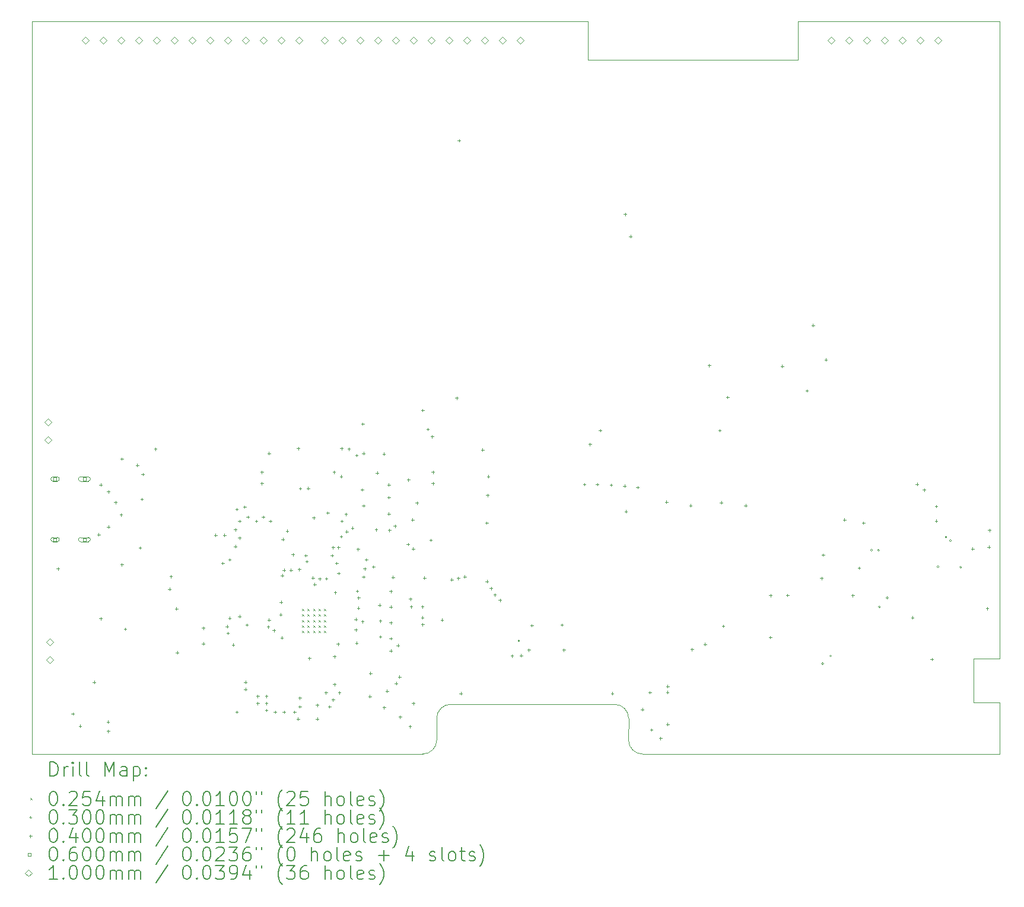
<source format=gbr>
%TF.GenerationSoftware,KiCad,Pcbnew,7.0.9-7.0.9~ubuntu22.04.1*%
%TF.CreationDate,2024-02-01T16:35:02+01:00*%
%TF.ProjectId,v7-kaleido,76372d6b-616c-4656-9964-6f2e6b696361,1.0*%
%TF.SameCoordinates,Original*%
%TF.FileFunction,Drillmap*%
%TF.FilePolarity,Positive*%
%FSLAX45Y45*%
G04 Gerber Fmt 4.5, Leading zero omitted, Abs format (unit mm)*
G04 Created by KiCad (PCBNEW 7.0.9-7.0.9~ubuntu22.04.1) date 2024-02-01 16:35:02*
%MOMM*%
%LPD*%
G01*
G04 APERTURE LIST*
%ADD10C,0.050000*%
%ADD11C,0.200000*%
%ADD12C,0.100000*%
G04 APERTURE END LIST*
D10*
X5987950Y-14860600D02*
X5987950Y-4400000D01*
X5987950Y-14860000D02*
X11565000Y-14860000D01*
X19800000Y-4400000D02*
X19800000Y-13500000D01*
X5987950Y-4400000D02*
X13920000Y-4400000D01*
X11965000Y-14150000D02*
G75*
G03*
X11765000Y-14350000I0J-200000D01*
G01*
X19800000Y-14122000D02*
X19800000Y-14860600D01*
X19430000Y-13500000D02*
X19430000Y-14123000D01*
X11765000Y-14660289D02*
X11765000Y-14350000D01*
X11565000Y-14860290D02*
G75*
G03*
X11765000Y-14660289I0J200000D01*
G01*
X14501621Y-14660289D02*
G75*
G03*
X14701621Y-14860289I199999J-1D01*
G01*
X16920000Y-4400000D02*
X19800000Y-4400000D01*
X13920000Y-4400000D02*
X13920000Y-4945000D01*
X14501621Y-14660289D02*
X14503579Y-14350422D01*
X14701621Y-14860289D02*
X19800000Y-14860600D01*
X14503578Y-14350422D02*
G75*
G03*
X14303579Y-14150422I-199998J2D01*
G01*
X19430000Y-14123000D02*
X19800000Y-14122000D01*
X14303579Y-14150000D02*
X11965000Y-14150000D01*
X16920000Y-4945000D02*
X16920000Y-4400000D01*
X19800000Y-13500000D02*
X19430000Y-13500000D01*
X13920000Y-4945000D02*
X16920000Y-4945000D01*
D11*
D12*
X9841870Y-12786989D02*
X9867270Y-12812389D01*
X9867270Y-12786989D02*
X9841870Y-12812389D01*
X9841870Y-12865729D02*
X9867270Y-12891129D01*
X9867270Y-12865729D02*
X9841870Y-12891129D01*
X9841870Y-12944469D02*
X9867270Y-12969869D01*
X9867270Y-12944469D02*
X9841870Y-12969869D01*
X9841870Y-13023209D02*
X9867270Y-13048609D01*
X9867270Y-13023209D02*
X9841870Y-13048609D01*
X9841870Y-13101949D02*
X9867270Y-13127349D01*
X9867270Y-13101949D02*
X9841870Y-13127349D01*
X9920610Y-12786989D02*
X9946010Y-12812389D01*
X9946010Y-12786989D02*
X9920610Y-12812389D01*
X9920610Y-12865729D02*
X9946010Y-12891129D01*
X9946010Y-12865729D02*
X9920610Y-12891129D01*
X9920610Y-12944469D02*
X9946010Y-12969869D01*
X9946010Y-12944469D02*
X9920610Y-12969869D01*
X9920610Y-13023209D02*
X9946010Y-13048609D01*
X9946010Y-13023209D02*
X9920610Y-13048609D01*
X9920610Y-13101949D02*
X9946010Y-13127349D01*
X9946010Y-13101949D02*
X9920610Y-13127349D01*
X9999350Y-12786989D02*
X10024750Y-12812389D01*
X10024750Y-12786989D02*
X9999350Y-12812389D01*
X9999350Y-12865729D02*
X10024750Y-12891129D01*
X10024750Y-12865729D02*
X9999350Y-12891129D01*
X9999350Y-12944469D02*
X10024750Y-12969869D01*
X10024750Y-12944469D02*
X9999350Y-12969869D01*
X9999350Y-13023209D02*
X10024750Y-13048609D01*
X10024750Y-13023209D02*
X9999350Y-13048609D01*
X9999350Y-13101949D02*
X10024750Y-13127349D01*
X10024750Y-13101949D02*
X9999350Y-13127349D01*
X10078090Y-12786989D02*
X10103490Y-12812389D01*
X10103490Y-12786989D02*
X10078090Y-12812389D01*
X10078090Y-12865729D02*
X10103490Y-12891129D01*
X10103490Y-12865729D02*
X10078090Y-12891129D01*
X10078090Y-12944469D02*
X10103490Y-12969869D01*
X10103490Y-12944469D02*
X10078090Y-12969869D01*
X10078090Y-13023209D02*
X10103490Y-13048609D01*
X10103490Y-13023209D02*
X10078090Y-13048609D01*
X10078090Y-13101949D02*
X10103490Y-13127349D01*
X10103490Y-13101949D02*
X10078090Y-13127349D01*
X10156830Y-12786989D02*
X10182230Y-12812389D01*
X10182230Y-12786989D02*
X10156830Y-12812389D01*
X10156830Y-12865729D02*
X10182230Y-12891129D01*
X10182230Y-12865729D02*
X10156830Y-12891129D01*
X10156830Y-12944469D02*
X10182230Y-12969869D01*
X10182230Y-12944469D02*
X10156830Y-12969869D01*
X10156830Y-13023209D02*
X10182230Y-13048609D01*
X10182230Y-13023209D02*
X10156830Y-13048609D01*
X10156830Y-13101949D02*
X10182230Y-13127349D01*
X10182230Y-13101949D02*
X10156830Y-13127349D01*
X12951000Y-13245000D02*
G75*
G03*
X12951000Y-13245000I-15000J0D01*
G01*
X17286000Y-13569000D02*
G75*
G03*
X17286000Y-13569000I-15000J0D01*
G01*
X17400000Y-13459000D02*
G75*
G03*
X17400000Y-13459000I-15000J0D01*
G01*
X17984000Y-11949000D02*
G75*
G03*
X17984000Y-11949000I-15000J0D01*
G01*
X18086000Y-11951000D02*
G75*
G03*
X18086000Y-11951000I-15000J0D01*
G01*
X18097500Y-12760000D02*
G75*
G03*
X18097500Y-12760000I-15000J0D01*
G01*
X18210000Y-12629000D02*
G75*
G03*
X18210000Y-12629000I-15000J0D01*
G01*
X18934000Y-12185000D02*
G75*
G03*
X18934000Y-12185000I-15000J0D01*
G01*
X19047000Y-11762000D02*
G75*
G03*
X19047000Y-11762000I-15000J0D01*
G01*
X19110000Y-11812000D02*
G75*
G03*
X19110000Y-11812000I-15000J0D01*
G01*
X19257000Y-12190000D02*
G75*
G03*
X19257000Y-12190000I-15000J0D01*
G01*
X6359650Y-12194369D02*
X6359650Y-12234369D01*
X6339650Y-12214369D02*
X6379650Y-12214369D01*
X6569650Y-14264369D02*
X6569650Y-14304369D01*
X6549650Y-14284369D02*
X6589650Y-14284369D01*
X6674650Y-14439369D02*
X6674650Y-14479369D01*
X6654650Y-14459369D02*
X6694650Y-14459369D01*
X6874650Y-13814369D02*
X6874650Y-13854369D01*
X6854650Y-13834369D02*
X6894650Y-13834369D01*
X6939650Y-11704369D02*
X6939650Y-11744369D01*
X6919650Y-11724369D02*
X6959650Y-11724369D01*
X6969650Y-10994369D02*
X6969650Y-11034369D01*
X6949650Y-11014369D02*
X6989650Y-11014369D01*
X6969650Y-12904369D02*
X6969650Y-12944369D01*
X6949650Y-12924369D02*
X6989650Y-12924369D01*
X7073044Y-14380814D02*
X7073044Y-14420814D01*
X7053044Y-14400814D02*
X7093044Y-14400814D01*
X7074650Y-14514369D02*
X7074650Y-14554369D01*
X7054650Y-14534369D02*
X7094650Y-14534369D01*
X7079650Y-11094369D02*
X7079650Y-11134369D01*
X7059650Y-11114369D02*
X7099650Y-11114369D01*
X7079650Y-11594369D02*
X7079650Y-11634369D01*
X7059650Y-11614369D02*
X7099650Y-11614369D01*
X7180508Y-11245170D02*
X7180508Y-11285170D01*
X7160508Y-11265170D02*
X7200508Y-11265170D01*
X7259650Y-11424369D02*
X7259650Y-11464369D01*
X7239650Y-11444369D02*
X7279650Y-11444369D01*
X7269650Y-10624369D02*
X7269650Y-10664369D01*
X7249650Y-10644369D02*
X7289650Y-10644369D01*
X7269650Y-12134369D02*
X7269650Y-12174369D01*
X7249650Y-12154369D02*
X7289650Y-12154369D01*
X7319650Y-13054369D02*
X7319650Y-13094369D01*
X7299650Y-13074369D02*
X7339650Y-13074369D01*
X7489650Y-10714369D02*
X7489650Y-10754369D01*
X7469650Y-10734369D02*
X7509650Y-10734369D01*
X7529650Y-11894369D02*
X7529650Y-11934369D01*
X7509650Y-11914369D02*
X7549650Y-11914369D01*
X7556284Y-11201003D02*
X7556284Y-11241003D01*
X7536284Y-11221003D02*
X7576284Y-11221003D01*
X7569650Y-10844369D02*
X7569650Y-10884369D01*
X7549650Y-10864369D02*
X7589650Y-10864369D01*
X7749650Y-10484369D02*
X7749650Y-10524369D01*
X7729650Y-10504369D02*
X7769650Y-10504369D01*
X7949650Y-12484369D02*
X7949650Y-12524369D01*
X7929650Y-12504369D02*
X7969650Y-12504369D01*
X7969650Y-12304369D02*
X7969650Y-12344369D01*
X7949650Y-12324369D02*
X7989650Y-12324369D01*
X8049650Y-12764369D02*
X8049650Y-12804369D01*
X8029650Y-12784369D02*
X8069650Y-12784369D01*
X8059650Y-13389369D02*
X8059650Y-13429369D01*
X8039650Y-13409369D02*
X8079650Y-13409369D01*
X8434650Y-13039369D02*
X8434650Y-13079369D01*
X8414650Y-13059369D02*
X8454650Y-13059369D01*
X8434650Y-13264369D02*
X8434650Y-13304369D01*
X8414650Y-13284369D02*
X8454650Y-13284369D01*
X8609650Y-11714369D02*
X8609650Y-11754369D01*
X8589650Y-11734369D02*
X8629650Y-11734369D01*
X8709650Y-12114369D02*
X8709650Y-12154369D01*
X8689650Y-12134369D02*
X8729650Y-12134369D01*
X8734650Y-11714369D02*
X8734650Y-11754369D01*
X8714650Y-11734369D02*
X8754650Y-11734369D01*
X8772578Y-13019131D02*
X8772578Y-13059131D01*
X8752578Y-13039131D02*
X8792578Y-13039131D01*
X8784650Y-13114369D02*
X8784650Y-13154369D01*
X8764650Y-13134369D02*
X8804650Y-13134369D01*
X8809650Y-12064369D02*
X8809650Y-12104369D01*
X8789650Y-12084369D02*
X8829650Y-12084369D01*
X8809650Y-12898369D02*
X8809650Y-12938369D01*
X8789650Y-12918369D02*
X8829650Y-12918369D01*
X8859650Y-13280769D02*
X8859650Y-13320769D01*
X8839650Y-13300769D02*
X8879650Y-13300769D01*
X8889650Y-11634369D02*
X8889650Y-11674369D01*
X8869650Y-11654369D02*
X8909650Y-11654369D01*
X8889650Y-11874369D02*
X8889650Y-11914369D01*
X8869650Y-11894369D02*
X8909650Y-11894369D01*
X8909650Y-11344369D02*
X8909650Y-11384369D01*
X8889650Y-11364369D02*
X8929650Y-11364369D01*
X8909650Y-14239369D02*
X8909650Y-14279369D01*
X8889650Y-14259369D02*
X8929650Y-14259369D01*
X8949319Y-12874779D02*
X8949319Y-12914779D01*
X8929319Y-12894779D02*
X8969319Y-12894779D01*
X8949650Y-11514369D02*
X8949650Y-11554369D01*
X8929650Y-11534369D02*
X8969650Y-11534369D01*
X8949650Y-11754369D02*
X8949650Y-11794369D01*
X8929650Y-11774369D02*
X8969650Y-11774369D01*
X9024819Y-11309539D02*
X9024819Y-11349539D01*
X9004819Y-11329539D02*
X9044819Y-11329539D01*
X9034650Y-13814369D02*
X9034650Y-13854369D01*
X9014650Y-13834369D02*
X9054650Y-13834369D01*
X9034650Y-13914369D02*
X9034650Y-13954369D01*
X9014650Y-13934369D02*
X9054650Y-13934369D01*
X9053450Y-12995569D02*
X9053450Y-13035569D01*
X9033450Y-13015569D02*
X9073450Y-13015569D01*
X9069650Y-11454369D02*
X9069650Y-11494369D01*
X9049650Y-11474369D02*
X9089650Y-11474369D01*
X9189650Y-11514369D02*
X9189650Y-11554369D01*
X9169650Y-11534369D02*
X9209650Y-11534369D01*
X9209650Y-14014369D02*
X9209650Y-14054369D01*
X9189650Y-14034369D02*
X9229650Y-14034369D01*
X9209650Y-14114369D02*
X9209650Y-14154369D01*
X9189650Y-14134369D02*
X9229650Y-14134369D01*
X9269650Y-10814369D02*
X9269650Y-10854369D01*
X9249650Y-10834369D02*
X9289650Y-10834369D01*
X9269650Y-10974369D02*
X9269650Y-11014369D01*
X9249650Y-10994369D02*
X9289650Y-10994369D01*
X9289650Y-11454369D02*
X9289650Y-11494369D01*
X9269650Y-11474369D02*
X9309650Y-11474369D01*
X9334650Y-14014369D02*
X9334650Y-14054369D01*
X9314650Y-14034369D02*
X9354650Y-14034369D01*
X9334650Y-14114369D02*
X9334650Y-14154369D01*
X9314650Y-14134369D02*
X9354650Y-14134369D01*
X9334650Y-14214369D02*
X9334650Y-14254369D01*
X9314650Y-14234369D02*
X9354650Y-14234369D01*
X9359328Y-13023810D02*
X9359328Y-13063810D01*
X9339328Y-13043810D02*
X9379328Y-13043810D01*
X9369650Y-10544369D02*
X9369650Y-10584369D01*
X9349650Y-10564369D02*
X9389650Y-10564369D01*
X9369750Y-12924469D02*
X9369750Y-12964469D01*
X9349750Y-12944469D02*
X9389750Y-12944469D01*
X9389650Y-11514369D02*
X9389650Y-11554369D01*
X9369650Y-11534369D02*
X9409650Y-11534369D01*
X9441121Y-13074069D02*
X9441121Y-13114069D01*
X9421121Y-13094069D02*
X9461121Y-13094069D01*
X9459650Y-14239369D02*
X9459650Y-14279369D01*
X9439650Y-14259369D02*
X9479650Y-14259369D01*
X9537325Y-12848072D02*
X9537325Y-12888072D01*
X9517325Y-12868072D02*
X9557325Y-12868072D01*
X9542276Y-12670344D02*
X9542276Y-12710344D01*
X9522276Y-12690344D02*
X9562276Y-12690344D01*
X9554850Y-13178469D02*
X9554850Y-13218469D01*
X9534850Y-13198469D02*
X9574850Y-13198469D01*
X9559650Y-12289369D02*
X9559650Y-12329369D01*
X9539650Y-12309369D02*
X9579650Y-12309369D01*
X9569650Y-11774369D02*
X9569650Y-11814369D01*
X9549650Y-11794369D02*
X9589650Y-11794369D01*
X9584650Y-12214369D02*
X9584650Y-12254369D01*
X9564650Y-12234369D02*
X9604650Y-12234369D01*
X9584650Y-14239369D02*
X9584650Y-14279369D01*
X9564650Y-14259369D02*
X9604650Y-14259369D01*
X9629650Y-11654369D02*
X9629650Y-11694369D01*
X9609650Y-11674369D02*
X9649650Y-11674369D01*
X9684650Y-12214369D02*
X9684650Y-12254369D01*
X9664650Y-12234369D02*
X9704650Y-12234369D01*
X9711203Y-11990923D02*
X9711203Y-12030923D01*
X9691203Y-12010923D02*
X9731203Y-12010923D01*
X9734650Y-14239369D02*
X9734650Y-14279369D01*
X9714650Y-14259369D02*
X9754650Y-14259369D01*
X9784650Y-14339369D02*
X9784650Y-14379369D01*
X9764650Y-14359369D02*
X9804650Y-14359369D01*
X9789650Y-10474369D02*
X9789650Y-10514369D01*
X9769650Y-10494369D02*
X9809650Y-10494369D01*
X9802429Y-12201693D02*
X9802429Y-12241693D01*
X9782429Y-12221693D02*
X9822429Y-12221693D01*
X9809650Y-14039369D02*
X9809650Y-14079369D01*
X9789650Y-14059369D02*
X9829650Y-14059369D01*
X9809650Y-14164369D02*
X9809650Y-14204369D01*
X9789650Y-14184369D02*
X9829650Y-14184369D01*
X9816000Y-11048000D02*
X9816000Y-11088000D01*
X9796000Y-11068000D02*
X9836000Y-11068000D01*
X9895050Y-12003969D02*
X9895050Y-12043969D01*
X9875050Y-12023969D02*
X9915050Y-12023969D01*
X9909650Y-12089369D02*
X9909650Y-12129369D01*
X9889650Y-12109369D02*
X9929650Y-12109369D01*
X9929650Y-11044369D02*
X9929650Y-11084369D01*
X9909650Y-11064369D02*
X9949650Y-11064369D01*
X9946378Y-13472836D02*
X9946378Y-13512836D01*
X9926378Y-13492836D02*
X9966378Y-13492836D01*
X9997286Y-12323770D02*
X9997286Y-12363770D01*
X9977286Y-12343770D02*
X10017286Y-12343770D01*
X10009650Y-11464369D02*
X10009650Y-11504369D01*
X9989650Y-11484369D02*
X10029650Y-11484369D01*
X10022049Y-12416469D02*
X10022049Y-12456469D01*
X10002049Y-12436469D02*
X10042049Y-12436469D01*
X10059650Y-14139369D02*
X10059650Y-14179369D01*
X10039650Y-14159369D02*
X10079650Y-14159369D01*
X10059650Y-14339369D02*
X10059650Y-14379369D01*
X10039650Y-14359369D02*
X10079650Y-14359369D01*
X10092416Y-12337135D02*
X10092416Y-12377135D01*
X10072416Y-12357135D02*
X10112416Y-12357135D01*
X10184650Y-13964369D02*
X10184650Y-14004369D01*
X10164650Y-13984369D02*
X10204650Y-13984369D01*
X10189175Y-12333644D02*
X10189175Y-12373644D01*
X10169175Y-12353644D02*
X10209175Y-12353644D01*
X10209650Y-11394369D02*
X10209650Y-11434369D01*
X10189650Y-11414369D02*
X10229650Y-11414369D01*
X10234650Y-14164369D02*
X10234650Y-14204369D01*
X10214650Y-14184369D02*
X10254650Y-14184369D01*
X10270050Y-12003969D02*
X10270050Y-12043969D01*
X10250050Y-12023969D02*
X10290050Y-12023969D01*
X10284650Y-11889369D02*
X10284650Y-11929369D01*
X10264650Y-11909369D02*
X10304650Y-11909369D01*
X10284650Y-14064369D02*
X10284650Y-14104369D01*
X10264650Y-14084369D02*
X10304650Y-14084369D01*
X10299650Y-10814369D02*
X10299650Y-10854369D01*
X10279650Y-10834369D02*
X10319650Y-10834369D01*
X10304050Y-13844969D02*
X10304050Y-13884969D01*
X10284050Y-13864969D02*
X10324050Y-13864969D01*
X10304150Y-13447669D02*
X10304150Y-13487669D01*
X10284150Y-13467669D02*
X10324150Y-13467669D01*
X10316850Y-12530769D02*
X10316850Y-12570769D01*
X10296850Y-12550769D02*
X10336850Y-12550769D01*
X10334650Y-12114369D02*
X10334650Y-12154369D01*
X10314650Y-12134369D02*
X10354650Y-12134369D01*
X10354824Y-13267495D02*
X10354824Y-13307495D01*
X10334824Y-13287495D02*
X10374824Y-13287495D01*
X10359650Y-11889369D02*
X10359650Y-11929369D01*
X10339650Y-11909369D02*
X10379650Y-11909369D01*
X10363650Y-12259469D02*
X10363650Y-12299469D01*
X10343650Y-12279469D02*
X10383650Y-12279469D01*
X10375550Y-13964369D02*
X10375550Y-14004369D01*
X10355550Y-13984369D02*
X10395550Y-13984369D01*
X10399650Y-10874369D02*
X10399650Y-10914369D01*
X10379650Y-10894369D02*
X10419650Y-10894369D01*
X10399650Y-11734369D02*
X10399650Y-11774369D01*
X10379650Y-11754369D02*
X10419650Y-11754369D01*
X10405600Y-10474369D02*
X10405600Y-10514369D01*
X10385600Y-10494369D02*
X10425600Y-10494369D01*
X10409650Y-11514369D02*
X10409650Y-11554369D01*
X10389650Y-11534369D02*
X10429650Y-11534369D01*
X10469481Y-11414539D02*
X10469481Y-11454539D01*
X10449481Y-11434539D02*
X10489481Y-11434539D01*
X10479650Y-11664369D02*
X10479650Y-11704369D01*
X10459650Y-11684369D02*
X10499650Y-11684369D01*
X10509650Y-10484369D02*
X10509650Y-10524369D01*
X10489650Y-10504369D02*
X10529650Y-10504369D01*
X10561016Y-11613516D02*
X10561016Y-11653516D01*
X10541016Y-11633516D02*
X10581016Y-11633516D01*
X10608950Y-12916569D02*
X10608950Y-12956569D01*
X10588950Y-12936569D02*
X10628950Y-12936569D01*
X10608950Y-13064169D02*
X10608950Y-13104169D01*
X10588950Y-13084169D02*
X10628950Y-13084169D01*
X10619650Y-10574369D02*
X10619650Y-10614369D01*
X10599650Y-10594369D02*
X10639650Y-10594369D01*
X10619650Y-13254369D02*
X10619650Y-13294369D01*
X10599650Y-13274369D02*
X10639650Y-13274369D01*
X10629359Y-12512936D02*
X10629359Y-12552936D01*
X10609359Y-12532936D02*
X10649359Y-12532936D01*
X10639650Y-11914369D02*
X10639650Y-11954369D01*
X10619650Y-11934369D02*
X10659650Y-11934369D01*
X10647050Y-12754569D02*
X10647050Y-12794569D01*
X10627050Y-12774569D02*
X10667050Y-12774569D01*
X10648444Y-12606969D02*
X10648444Y-12646969D01*
X10628444Y-12626969D02*
X10668444Y-12626969D01*
X10699650Y-11064369D02*
X10699650Y-11104369D01*
X10679650Y-11084369D02*
X10719650Y-11084369D01*
X10706413Y-12948594D02*
X10706413Y-12988594D01*
X10686413Y-12968594D02*
X10726413Y-12968594D01*
X10709650Y-10124369D02*
X10709650Y-10164369D01*
X10689650Y-10144369D02*
X10729650Y-10144369D01*
X10718876Y-12309014D02*
X10718876Y-12349014D01*
X10698876Y-12329014D02*
X10738876Y-12329014D01*
X10719650Y-10544369D02*
X10719650Y-10584369D01*
X10699650Y-10564369D02*
X10739650Y-10564369D01*
X10719650Y-11294369D02*
X10719650Y-11334369D01*
X10699650Y-11314369D02*
X10739650Y-11314369D01*
X10738000Y-12193000D02*
X10738000Y-12233000D01*
X10718000Y-12213000D02*
X10758000Y-12213000D01*
X10759650Y-12064369D02*
X10759650Y-12104369D01*
X10739650Y-12084369D02*
X10779650Y-12084369D01*
X10809650Y-14018369D02*
X10809650Y-14058369D01*
X10789650Y-14038369D02*
X10829650Y-14038369D01*
X10818000Y-13688000D02*
X10818000Y-13728000D01*
X10798000Y-13708000D02*
X10838000Y-13708000D01*
X10859650Y-12164369D02*
X10859650Y-12204369D01*
X10839650Y-12184369D02*
X10879650Y-12184369D01*
X10899650Y-11634369D02*
X10899650Y-11674369D01*
X10879650Y-11654369D02*
X10919650Y-11654369D01*
X10913100Y-10824369D02*
X10913100Y-10864369D01*
X10893100Y-10844369D02*
X10933100Y-10844369D01*
X10948000Y-12714369D02*
X10948000Y-12754369D01*
X10928000Y-12734369D02*
X10968000Y-12734369D01*
X10959650Y-12939369D02*
X10959650Y-12979369D01*
X10939650Y-12959369D02*
X10979650Y-12959369D01*
X10959650Y-13164369D02*
X10959650Y-13204369D01*
X10939650Y-13184369D02*
X10979650Y-13184369D01*
X11009650Y-10554369D02*
X11009650Y-10594369D01*
X10989650Y-10574369D02*
X11029650Y-10574369D01*
X11012199Y-14174199D02*
X11012199Y-14214199D01*
X10992199Y-14194199D02*
X11032199Y-14194199D01*
X11054540Y-13939369D02*
X11054540Y-13979369D01*
X11034540Y-13959369D02*
X11074540Y-13959369D01*
X11079650Y-11174369D02*
X11079650Y-11214369D01*
X11059650Y-11194369D02*
X11099650Y-11194369D01*
X11080200Y-10994369D02*
X11080200Y-11034369D01*
X11060200Y-11014369D02*
X11100200Y-11014369D01*
X11080200Y-11407771D02*
X11080200Y-11447771D01*
X11060200Y-11427771D02*
X11100200Y-11427771D01*
X11089650Y-11644369D02*
X11089650Y-11684369D01*
X11069650Y-11664369D02*
X11109650Y-11664369D01*
X11109650Y-12514369D02*
X11109650Y-12554369D01*
X11089650Y-12534369D02*
X11129650Y-12534369D01*
X11109650Y-12739369D02*
X11109650Y-12779369D01*
X11089650Y-12759369D02*
X11129650Y-12759369D01*
X11109650Y-12964369D02*
X11109650Y-13004369D01*
X11089650Y-12984369D02*
X11129650Y-12984369D01*
X11109650Y-13189369D02*
X11109650Y-13229369D01*
X11089650Y-13209369D02*
X11129650Y-13209369D01*
X11109650Y-13364369D02*
X11109650Y-13404369D01*
X11089650Y-13384369D02*
X11129650Y-13384369D01*
X11139878Y-12316605D02*
X11139878Y-12356605D01*
X11119878Y-12336605D02*
X11159878Y-12336605D01*
X11169650Y-11584369D02*
X11169650Y-11624369D01*
X11149650Y-11604369D02*
X11189650Y-11604369D01*
X11186262Y-13831881D02*
X11186262Y-13871881D01*
X11166262Y-13851881D02*
X11206262Y-13851881D01*
X11209650Y-13289369D02*
X11209650Y-13329369D01*
X11189650Y-13309369D02*
X11229650Y-13309369D01*
X11233287Y-13738000D02*
X11233287Y-13778000D01*
X11213287Y-13758000D02*
X11253287Y-13758000D01*
X11241000Y-14309000D02*
X11241000Y-14349000D01*
X11221000Y-14329000D02*
X11261000Y-14329000D01*
X11355600Y-11844369D02*
X11355600Y-11884369D01*
X11335600Y-11864369D02*
X11375600Y-11864369D01*
X11359650Y-10924369D02*
X11359650Y-10964369D01*
X11339650Y-10944369D02*
X11379650Y-10944369D01*
X11383650Y-14444369D02*
X11383650Y-14484369D01*
X11363650Y-14464369D02*
X11403650Y-14464369D01*
X11389650Y-12624369D02*
X11389650Y-12664369D01*
X11369650Y-12644369D02*
X11409650Y-12644369D01*
X11399650Y-12734369D02*
X11399650Y-12774369D01*
X11379650Y-12754369D02*
X11419650Y-12754369D01*
X11419650Y-11492819D02*
X11419650Y-11532819D01*
X11399650Y-11512819D02*
X11439650Y-11512819D01*
X11426974Y-11908496D02*
X11426974Y-11948496D01*
X11406974Y-11928496D02*
X11446974Y-11928496D01*
X11429650Y-14114000D02*
X11429650Y-14154000D01*
X11409650Y-14134000D02*
X11449650Y-14134000D01*
X11481200Y-11254369D02*
X11481200Y-11294369D01*
X11461200Y-11274369D02*
X11501200Y-11274369D01*
X11559650Y-12734369D02*
X11559650Y-12774369D01*
X11539650Y-12754369D02*
X11579650Y-12754369D01*
X11559650Y-12889369D02*
X11559650Y-12929369D01*
X11539650Y-12909369D02*
X11579650Y-12909369D01*
X11563650Y-12989369D02*
X11563650Y-13029369D01*
X11543650Y-13009369D02*
X11583650Y-13009369D01*
X11563856Y-9931000D02*
X11563856Y-9971000D01*
X11543856Y-9951000D02*
X11583856Y-9951000D01*
X11589650Y-12324369D02*
X11589650Y-12364369D01*
X11569650Y-12344369D02*
X11609650Y-12344369D01*
X11637650Y-10201819D02*
X11637650Y-10241819D01*
X11617650Y-10221819D02*
X11657650Y-10221819D01*
X11679650Y-11784369D02*
X11679650Y-11824369D01*
X11659650Y-11804369D02*
X11699650Y-11804369D01*
X11699650Y-10304369D02*
X11699650Y-10344369D01*
X11679650Y-10324369D02*
X11719650Y-10324369D01*
X11709200Y-10814369D02*
X11709200Y-10854369D01*
X11689200Y-10834369D02*
X11729200Y-10834369D01*
X11709650Y-10974369D02*
X11709650Y-11014369D01*
X11689650Y-10994369D02*
X11729650Y-10994369D01*
X11839650Y-12923419D02*
X11839650Y-12963419D01*
X11819650Y-12943419D02*
X11859650Y-12943419D01*
X11977747Y-12350064D02*
X11977747Y-12390064D01*
X11957747Y-12370064D02*
X11997747Y-12370064D01*
X12050000Y-9755000D02*
X12050000Y-9795000D01*
X12030000Y-9775000D02*
X12070000Y-9775000D01*
X12071323Y-12328854D02*
X12071323Y-12368854D01*
X12051323Y-12348854D02*
X12091323Y-12348854D01*
X12083000Y-6078000D02*
X12083000Y-6118000D01*
X12063000Y-6098000D02*
X12103000Y-6098000D01*
X12109650Y-13974369D02*
X12109650Y-14014369D01*
X12089650Y-13994369D02*
X12129650Y-13994369D01*
X12164523Y-12306046D02*
X12164523Y-12346046D01*
X12144523Y-12326046D02*
X12184523Y-12326046D01*
X12419650Y-10494369D02*
X12419650Y-10534369D01*
X12399650Y-10514369D02*
X12439650Y-10514369D01*
X12478100Y-11539000D02*
X12478100Y-11579000D01*
X12458100Y-11559000D02*
X12498100Y-11559000D01*
X12479650Y-12374369D02*
X12479650Y-12414369D01*
X12459650Y-12394369D02*
X12499650Y-12394369D01*
X12489650Y-11144369D02*
X12489650Y-11184369D01*
X12469650Y-11164369D02*
X12509650Y-11164369D01*
X12499650Y-10874369D02*
X12499650Y-10914369D01*
X12479650Y-10894369D02*
X12519650Y-10894369D01*
X12539650Y-12474369D02*
X12539650Y-12514369D01*
X12519650Y-12494369D02*
X12559650Y-12494369D01*
X12592527Y-12567246D02*
X12592527Y-12607246D01*
X12572527Y-12587246D02*
X12612527Y-12587246D01*
X12666773Y-12641492D02*
X12666773Y-12681492D01*
X12646773Y-12661492D02*
X12686773Y-12661492D01*
X12838123Y-13437507D02*
X12838123Y-13477507D01*
X12818123Y-13457507D02*
X12858123Y-13457507D01*
X12969037Y-13434101D02*
X12969037Y-13474101D01*
X12949037Y-13454101D02*
X12989037Y-13454101D01*
X13079650Y-13354369D02*
X13079650Y-13394369D01*
X13059650Y-13374369D02*
X13099650Y-13374369D01*
X13119650Y-13004369D02*
X13119650Y-13044369D01*
X13099650Y-13024369D02*
X13139650Y-13024369D01*
X13549650Y-12994369D02*
X13549650Y-13034369D01*
X13529650Y-13014369D02*
X13569650Y-13014369D01*
X13579650Y-13354369D02*
X13579650Y-13394369D01*
X13559650Y-13374369D02*
X13599650Y-13374369D01*
X13873000Y-10988000D02*
X13873000Y-11028000D01*
X13853000Y-11008000D02*
X13893000Y-11008000D01*
X13950500Y-10416270D02*
X13950500Y-10456270D01*
X13930500Y-10436270D02*
X13970500Y-10436270D01*
X14057000Y-10988000D02*
X14057000Y-11028000D01*
X14037000Y-11008000D02*
X14077000Y-11008000D01*
X14097000Y-10219000D02*
X14097000Y-10259000D01*
X14077000Y-10239000D02*
X14117000Y-10239000D01*
X14254000Y-10996000D02*
X14254000Y-11036000D01*
X14234000Y-11016000D02*
X14274000Y-11016000D01*
X14269650Y-13974369D02*
X14269650Y-14014369D01*
X14249650Y-13994369D02*
X14289650Y-13994369D01*
X14444000Y-11011000D02*
X14444000Y-11051000D01*
X14424000Y-11031000D02*
X14464000Y-11031000D01*
X14454000Y-7129000D02*
X14454000Y-7169000D01*
X14434000Y-7149000D02*
X14474000Y-7149000D01*
X14464000Y-11374000D02*
X14464000Y-11414000D01*
X14444000Y-11394000D02*
X14484000Y-11394000D01*
X14528796Y-7445796D02*
X14528796Y-7485796D01*
X14508796Y-7465796D02*
X14548796Y-7465796D01*
X14630000Y-11031000D02*
X14630000Y-11071000D01*
X14610000Y-11051000D02*
X14650000Y-11051000D01*
X14699650Y-14204369D02*
X14699650Y-14244369D01*
X14679650Y-14224369D02*
X14719650Y-14224369D01*
X14806153Y-13959540D02*
X14806153Y-13999540D01*
X14786153Y-13979540D02*
X14826153Y-13979540D01*
X14829650Y-14494369D02*
X14829650Y-14534369D01*
X14809650Y-14514369D02*
X14849650Y-14514369D01*
X14959650Y-14614369D02*
X14959650Y-14654369D01*
X14939650Y-14634369D02*
X14979650Y-14634369D01*
X15044000Y-11240000D02*
X15044000Y-11280000D01*
X15024000Y-11260000D02*
X15064000Y-11260000D01*
X15057410Y-13959000D02*
X15057410Y-13999000D01*
X15037410Y-13979000D02*
X15077410Y-13979000D01*
X15059650Y-13874369D02*
X15059650Y-13914369D01*
X15039650Y-13894369D02*
X15079650Y-13894369D01*
X15059650Y-14414369D02*
X15059650Y-14454369D01*
X15039650Y-14434369D02*
X15079650Y-14434369D01*
X15387000Y-11290000D02*
X15387000Y-11330000D01*
X15367000Y-11310000D02*
X15407000Y-11310000D01*
X15406931Y-13343500D02*
X15406931Y-13383500D01*
X15386931Y-13363500D02*
X15426931Y-13363500D01*
X15594792Y-13271792D02*
X15594792Y-13311792D01*
X15574792Y-13291792D02*
X15614792Y-13291792D01*
X15654000Y-9291000D02*
X15654000Y-9331000D01*
X15634000Y-9311000D02*
X15674000Y-9311000D01*
X15803000Y-10219000D02*
X15803000Y-10259000D01*
X15783000Y-10239000D02*
X15823000Y-10239000D01*
X15825000Y-11248000D02*
X15825000Y-11288000D01*
X15805000Y-11268000D02*
X15845000Y-11268000D01*
X15854292Y-13012292D02*
X15854292Y-13052292D01*
X15834292Y-13032292D02*
X15874292Y-13032292D01*
X15916000Y-9743000D02*
X15916000Y-9783000D01*
X15896000Y-9763000D02*
X15936000Y-9763000D01*
X16172000Y-11290000D02*
X16172000Y-11330000D01*
X16152000Y-11310000D02*
X16192000Y-11310000D01*
X16525000Y-13173000D02*
X16525000Y-13213000D01*
X16505000Y-13193000D02*
X16545000Y-13193000D01*
X16527000Y-12575000D02*
X16527000Y-12615000D01*
X16507000Y-12595000D02*
X16547000Y-12595000D01*
X16693000Y-9300000D02*
X16693000Y-9340000D01*
X16673000Y-9320000D02*
X16713000Y-9320000D01*
X16770000Y-12571000D02*
X16770000Y-12611000D01*
X16750000Y-12591000D02*
X16790000Y-12591000D01*
X17048000Y-9650000D02*
X17048000Y-9690000D01*
X17028000Y-9670000D02*
X17068000Y-9670000D01*
X17133000Y-8716000D02*
X17133000Y-8756000D01*
X17113000Y-8736000D02*
X17153000Y-8736000D01*
X17256300Y-12330000D02*
X17256300Y-12370000D01*
X17236300Y-12350000D02*
X17276300Y-12350000D01*
X17278000Y-11996000D02*
X17278000Y-12036000D01*
X17258000Y-12016000D02*
X17298000Y-12016000D01*
X17319000Y-9209000D02*
X17319000Y-9249000D01*
X17299000Y-9229000D02*
X17339000Y-9229000D01*
X17583000Y-11493500D02*
X17583000Y-11533500D01*
X17563000Y-11513500D02*
X17603000Y-11513500D01*
X17701000Y-12576000D02*
X17701000Y-12616000D01*
X17681000Y-12596000D02*
X17721000Y-12596000D01*
X17791000Y-12183000D02*
X17791000Y-12223000D01*
X17771000Y-12203000D02*
X17811000Y-12203000D01*
X17854000Y-11538000D02*
X17854000Y-11578000D01*
X17834000Y-11558000D02*
X17874000Y-11558000D01*
X18554000Y-12890000D02*
X18554000Y-12930000D01*
X18534000Y-12910000D02*
X18574000Y-12910000D01*
X18618000Y-10986000D02*
X18618000Y-11026000D01*
X18598000Y-11006000D02*
X18638000Y-11006000D01*
X18721000Y-11066000D02*
X18721000Y-11106000D01*
X18701000Y-11086000D02*
X18741000Y-11086000D01*
X18830000Y-13486000D02*
X18830000Y-13526000D01*
X18810000Y-13506000D02*
X18850000Y-13506000D01*
X18893000Y-11300900D02*
X18893000Y-11340900D01*
X18873000Y-11320900D02*
X18913000Y-11320900D01*
X18893000Y-11510900D02*
X18893000Y-11550900D01*
X18873000Y-11530900D02*
X18913000Y-11530900D01*
X19412000Y-11908000D02*
X19412000Y-11948000D01*
X19392000Y-11928000D02*
X19432000Y-11928000D01*
X19621000Y-12760000D02*
X19621000Y-12800000D01*
X19601000Y-12780000D02*
X19641000Y-12780000D01*
X19643000Y-11882300D02*
X19643000Y-11922300D01*
X19623000Y-11902300D02*
X19663000Y-11902300D01*
X19653000Y-11642300D02*
X19653000Y-11682300D01*
X19633000Y-11662300D02*
X19673000Y-11662300D01*
X6339863Y-10953583D02*
X6339863Y-10911156D01*
X6297437Y-10911156D01*
X6297437Y-10953583D01*
X6339863Y-10953583D01*
X6348650Y-10902369D02*
X6288650Y-10902369D01*
X6288650Y-10902369D02*
G75*
G03*
X6288650Y-10962369I0J-30000D01*
G01*
X6288650Y-10962369D02*
X6348650Y-10962369D01*
X6348650Y-10962369D02*
G75*
G03*
X6348650Y-10902369I0J30000D01*
G01*
X6339863Y-11817583D02*
X6339863Y-11775156D01*
X6297437Y-11775156D01*
X6297437Y-11817583D01*
X6339863Y-11817583D01*
X6348650Y-11766369D02*
X6288650Y-11766369D01*
X6288650Y-11766369D02*
G75*
G03*
X6288650Y-11826369I0J-30000D01*
G01*
X6288650Y-11826369D02*
X6348650Y-11826369D01*
X6348650Y-11826369D02*
G75*
G03*
X6348650Y-11766369I0J30000D01*
G01*
X6757863Y-10953583D02*
X6757863Y-10911156D01*
X6715437Y-10911156D01*
X6715437Y-10953583D01*
X6757863Y-10953583D01*
X6791650Y-10902369D02*
X6681650Y-10902369D01*
X6681650Y-10902369D02*
G75*
G03*
X6681650Y-10962369I0J-30000D01*
G01*
X6681650Y-10962369D02*
X6791650Y-10962369D01*
X6791650Y-10962369D02*
G75*
G03*
X6791650Y-10902369I0J30000D01*
G01*
X6757863Y-11817583D02*
X6757863Y-11775156D01*
X6715437Y-11775156D01*
X6715437Y-11817583D01*
X6757863Y-11817583D01*
X6791650Y-11766369D02*
X6681650Y-11766369D01*
X6681650Y-11766369D02*
G75*
G03*
X6681650Y-11826369I0J-30000D01*
G01*
X6681650Y-11826369D02*
X6791650Y-11826369D01*
X6791650Y-11826369D02*
G75*
G03*
X6791650Y-11766369I0J30000D01*
G01*
X6219650Y-10167869D02*
X6269650Y-10117869D01*
X6219650Y-10067869D01*
X6169650Y-10117869D01*
X6219650Y-10167869D01*
X6219650Y-10421869D02*
X6269650Y-10371869D01*
X6219650Y-10321869D01*
X6169650Y-10371869D01*
X6219650Y-10421869D01*
X6244650Y-13311869D02*
X6294650Y-13261869D01*
X6244650Y-13211869D01*
X6194650Y-13261869D01*
X6244650Y-13311869D01*
X6244650Y-13565869D02*
X6294650Y-13515869D01*
X6244650Y-13465869D01*
X6194650Y-13515869D01*
X6244650Y-13565869D01*
X6751500Y-4715000D02*
X6801500Y-4665000D01*
X6751500Y-4615000D01*
X6701500Y-4665000D01*
X6751500Y-4715000D01*
X7005500Y-4715000D02*
X7055500Y-4665000D01*
X7005500Y-4615000D01*
X6955500Y-4665000D01*
X7005500Y-4715000D01*
X7259500Y-4715000D02*
X7309500Y-4665000D01*
X7259500Y-4615000D01*
X7209500Y-4665000D01*
X7259500Y-4715000D01*
X7513500Y-4715000D02*
X7563500Y-4665000D01*
X7513500Y-4615000D01*
X7463500Y-4665000D01*
X7513500Y-4715000D01*
X7767500Y-4715000D02*
X7817500Y-4665000D01*
X7767500Y-4615000D01*
X7717500Y-4665000D01*
X7767500Y-4715000D01*
X8021500Y-4715000D02*
X8071500Y-4665000D01*
X8021500Y-4615000D01*
X7971500Y-4665000D01*
X8021500Y-4715000D01*
X8275500Y-4715000D02*
X8325500Y-4665000D01*
X8275500Y-4615000D01*
X8225500Y-4665000D01*
X8275500Y-4715000D01*
X8529500Y-4715000D02*
X8579500Y-4665000D01*
X8529500Y-4615000D01*
X8479500Y-4665000D01*
X8529500Y-4715000D01*
X8783500Y-4715000D02*
X8833500Y-4665000D01*
X8783500Y-4615000D01*
X8733500Y-4665000D01*
X8783500Y-4715000D01*
X9037500Y-4715000D02*
X9087500Y-4665000D01*
X9037500Y-4615000D01*
X8987500Y-4665000D01*
X9037500Y-4715000D01*
X9291500Y-4715000D02*
X9341500Y-4665000D01*
X9291500Y-4615000D01*
X9241500Y-4665000D01*
X9291500Y-4715000D01*
X9545500Y-4715000D02*
X9595500Y-4665000D01*
X9545500Y-4615000D01*
X9495500Y-4665000D01*
X9545500Y-4715000D01*
X9799500Y-4715000D02*
X9849500Y-4665000D01*
X9799500Y-4615000D01*
X9749500Y-4665000D01*
X9799500Y-4715000D01*
X10164000Y-4715000D02*
X10214000Y-4665000D01*
X10164000Y-4615000D01*
X10114000Y-4665000D01*
X10164000Y-4715000D01*
X10418000Y-4715000D02*
X10468000Y-4665000D01*
X10418000Y-4615000D01*
X10368000Y-4665000D01*
X10418000Y-4715000D01*
X10672000Y-4715000D02*
X10722000Y-4665000D01*
X10672000Y-4615000D01*
X10622000Y-4665000D01*
X10672000Y-4715000D01*
X10926000Y-4715000D02*
X10976000Y-4665000D01*
X10926000Y-4615000D01*
X10876000Y-4665000D01*
X10926000Y-4715000D01*
X11180000Y-4715000D02*
X11230000Y-4665000D01*
X11180000Y-4615000D01*
X11130000Y-4665000D01*
X11180000Y-4715000D01*
X11434000Y-4715000D02*
X11484000Y-4665000D01*
X11434000Y-4615000D01*
X11384000Y-4665000D01*
X11434000Y-4715000D01*
X11688000Y-4715000D02*
X11738000Y-4665000D01*
X11688000Y-4615000D01*
X11638000Y-4665000D01*
X11688000Y-4715000D01*
X11942000Y-4715000D02*
X11992000Y-4665000D01*
X11942000Y-4615000D01*
X11892000Y-4665000D01*
X11942000Y-4715000D01*
X12196000Y-4715000D02*
X12246000Y-4665000D01*
X12196000Y-4615000D01*
X12146000Y-4665000D01*
X12196000Y-4715000D01*
X12450000Y-4715000D02*
X12500000Y-4665000D01*
X12450000Y-4615000D01*
X12400000Y-4665000D01*
X12450000Y-4715000D01*
X12704000Y-4715000D02*
X12754000Y-4665000D01*
X12704000Y-4615000D01*
X12654000Y-4665000D01*
X12704000Y-4715000D01*
X12958000Y-4715000D02*
X13008000Y-4665000D01*
X12958000Y-4615000D01*
X12908000Y-4665000D01*
X12958000Y-4715000D01*
X17395000Y-4715000D02*
X17445000Y-4665000D01*
X17395000Y-4615000D01*
X17345000Y-4665000D01*
X17395000Y-4715000D01*
X17649000Y-4715000D02*
X17699000Y-4665000D01*
X17649000Y-4615000D01*
X17599000Y-4665000D01*
X17649000Y-4715000D01*
X17903000Y-4715000D02*
X17953000Y-4665000D01*
X17903000Y-4615000D01*
X17853000Y-4665000D01*
X17903000Y-4715000D01*
X18157000Y-4715000D02*
X18207000Y-4665000D01*
X18157000Y-4615000D01*
X18107000Y-4665000D01*
X18157000Y-4715000D01*
X18411000Y-4715000D02*
X18461000Y-4665000D01*
X18411000Y-4615000D01*
X18361000Y-4665000D01*
X18411000Y-4715000D01*
X18665000Y-4715000D02*
X18715000Y-4665000D01*
X18665000Y-4615000D01*
X18615000Y-4665000D01*
X18665000Y-4715000D01*
X18919000Y-4715000D02*
X18969000Y-4665000D01*
X18919000Y-4615000D01*
X18869000Y-4665000D01*
X18919000Y-4715000D01*
D11*
X6246227Y-15174584D02*
X6246227Y-14974584D01*
X6246227Y-14974584D02*
X6293846Y-14974584D01*
X6293846Y-14974584D02*
X6322417Y-14984108D01*
X6322417Y-14984108D02*
X6341465Y-15003155D01*
X6341465Y-15003155D02*
X6350989Y-15022203D01*
X6350989Y-15022203D02*
X6360512Y-15060298D01*
X6360512Y-15060298D02*
X6360512Y-15088869D01*
X6360512Y-15088869D02*
X6350989Y-15126965D01*
X6350989Y-15126965D02*
X6341465Y-15146012D01*
X6341465Y-15146012D02*
X6322417Y-15165060D01*
X6322417Y-15165060D02*
X6293846Y-15174584D01*
X6293846Y-15174584D02*
X6246227Y-15174584D01*
X6446227Y-15174584D02*
X6446227Y-15041250D01*
X6446227Y-15079346D02*
X6455751Y-15060298D01*
X6455751Y-15060298D02*
X6465274Y-15050774D01*
X6465274Y-15050774D02*
X6484322Y-15041250D01*
X6484322Y-15041250D02*
X6503370Y-15041250D01*
X6570036Y-15174584D02*
X6570036Y-15041250D01*
X6570036Y-14974584D02*
X6560512Y-14984108D01*
X6560512Y-14984108D02*
X6570036Y-14993631D01*
X6570036Y-14993631D02*
X6579560Y-14984108D01*
X6579560Y-14984108D02*
X6570036Y-14974584D01*
X6570036Y-14974584D02*
X6570036Y-14993631D01*
X6693846Y-15174584D02*
X6674798Y-15165060D01*
X6674798Y-15165060D02*
X6665274Y-15146012D01*
X6665274Y-15146012D02*
X6665274Y-14974584D01*
X6798608Y-15174584D02*
X6779560Y-15165060D01*
X6779560Y-15165060D02*
X6770036Y-15146012D01*
X6770036Y-15146012D02*
X6770036Y-14974584D01*
X7027179Y-15174584D02*
X7027179Y-14974584D01*
X7027179Y-14974584D02*
X7093846Y-15117441D01*
X7093846Y-15117441D02*
X7160512Y-14974584D01*
X7160512Y-14974584D02*
X7160512Y-15174584D01*
X7341465Y-15174584D02*
X7341465Y-15069822D01*
X7341465Y-15069822D02*
X7331941Y-15050774D01*
X7331941Y-15050774D02*
X7312893Y-15041250D01*
X7312893Y-15041250D02*
X7274798Y-15041250D01*
X7274798Y-15041250D02*
X7255751Y-15050774D01*
X7341465Y-15165060D02*
X7322417Y-15174584D01*
X7322417Y-15174584D02*
X7274798Y-15174584D01*
X7274798Y-15174584D02*
X7255751Y-15165060D01*
X7255751Y-15165060D02*
X7246227Y-15146012D01*
X7246227Y-15146012D02*
X7246227Y-15126965D01*
X7246227Y-15126965D02*
X7255751Y-15107917D01*
X7255751Y-15107917D02*
X7274798Y-15098393D01*
X7274798Y-15098393D02*
X7322417Y-15098393D01*
X7322417Y-15098393D02*
X7341465Y-15088869D01*
X7436703Y-15041250D02*
X7436703Y-15241250D01*
X7436703Y-15050774D02*
X7455751Y-15041250D01*
X7455751Y-15041250D02*
X7493846Y-15041250D01*
X7493846Y-15041250D02*
X7512893Y-15050774D01*
X7512893Y-15050774D02*
X7522417Y-15060298D01*
X7522417Y-15060298D02*
X7531941Y-15079346D01*
X7531941Y-15079346D02*
X7531941Y-15136488D01*
X7531941Y-15136488D02*
X7522417Y-15155536D01*
X7522417Y-15155536D02*
X7512893Y-15165060D01*
X7512893Y-15165060D02*
X7493846Y-15174584D01*
X7493846Y-15174584D02*
X7455751Y-15174584D01*
X7455751Y-15174584D02*
X7436703Y-15165060D01*
X7617655Y-15155536D02*
X7627179Y-15165060D01*
X7627179Y-15165060D02*
X7617655Y-15174584D01*
X7617655Y-15174584D02*
X7608132Y-15165060D01*
X7608132Y-15165060D02*
X7617655Y-15155536D01*
X7617655Y-15155536D02*
X7617655Y-15174584D01*
X7617655Y-15050774D02*
X7627179Y-15060298D01*
X7627179Y-15060298D02*
X7617655Y-15069822D01*
X7617655Y-15069822D02*
X7608132Y-15060298D01*
X7608132Y-15060298D02*
X7617655Y-15050774D01*
X7617655Y-15050774D02*
X7617655Y-15069822D01*
D12*
X5960050Y-15490400D02*
X5985450Y-15515800D01*
X5985450Y-15490400D02*
X5960050Y-15515800D01*
D11*
X6284322Y-15394584D02*
X6303370Y-15394584D01*
X6303370Y-15394584D02*
X6322417Y-15404108D01*
X6322417Y-15404108D02*
X6331941Y-15413631D01*
X6331941Y-15413631D02*
X6341465Y-15432679D01*
X6341465Y-15432679D02*
X6350989Y-15470774D01*
X6350989Y-15470774D02*
X6350989Y-15518393D01*
X6350989Y-15518393D02*
X6341465Y-15556488D01*
X6341465Y-15556488D02*
X6331941Y-15575536D01*
X6331941Y-15575536D02*
X6322417Y-15585060D01*
X6322417Y-15585060D02*
X6303370Y-15594584D01*
X6303370Y-15594584D02*
X6284322Y-15594584D01*
X6284322Y-15594584D02*
X6265274Y-15585060D01*
X6265274Y-15585060D02*
X6255751Y-15575536D01*
X6255751Y-15575536D02*
X6246227Y-15556488D01*
X6246227Y-15556488D02*
X6236703Y-15518393D01*
X6236703Y-15518393D02*
X6236703Y-15470774D01*
X6236703Y-15470774D02*
X6246227Y-15432679D01*
X6246227Y-15432679D02*
X6255751Y-15413631D01*
X6255751Y-15413631D02*
X6265274Y-15404108D01*
X6265274Y-15404108D02*
X6284322Y-15394584D01*
X6436703Y-15575536D02*
X6446227Y-15585060D01*
X6446227Y-15585060D02*
X6436703Y-15594584D01*
X6436703Y-15594584D02*
X6427179Y-15585060D01*
X6427179Y-15585060D02*
X6436703Y-15575536D01*
X6436703Y-15575536D02*
X6436703Y-15594584D01*
X6522417Y-15413631D02*
X6531941Y-15404108D01*
X6531941Y-15404108D02*
X6550989Y-15394584D01*
X6550989Y-15394584D02*
X6598608Y-15394584D01*
X6598608Y-15394584D02*
X6617655Y-15404108D01*
X6617655Y-15404108D02*
X6627179Y-15413631D01*
X6627179Y-15413631D02*
X6636703Y-15432679D01*
X6636703Y-15432679D02*
X6636703Y-15451727D01*
X6636703Y-15451727D02*
X6627179Y-15480298D01*
X6627179Y-15480298D02*
X6512893Y-15594584D01*
X6512893Y-15594584D02*
X6636703Y-15594584D01*
X6817655Y-15394584D02*
X6722417Y-15394584D01*
X6722417Y-15394584D02*
X6712893Y-15489822D01*
X6712893Y-15489822D02*
X6722417Y-15480298D01*
X6722417Y-15480298D02*
X6741465Y-15470774D01*
X6741465Y-15470774D02*
X6789084Y-15470774D01*
X6789084Y-15470774D02*
X6808132Y-15480298D01*
X6808132Y-15480298D02*
X6817655Y-15489822D01*
X6817655Y-15489822D02*
X6827179Y-15508869D01*
X6827179Y-15508869D02*
X6827179Y-15556488D01*
X6827179Y-15556488D02*
X6817655Y-15575536D01*
X6817655Y-15575536D02*
X6808132Y-15585060D01*
X6808132Y-15585060D02*
X6789084Y-15594584D01*
X6789084Y-15594584D02*
X6741465Y-15594584D01*
X6741465Y-15594584D02*
X6722417Y-15585060D01*
X6722417Y-15585060D02*
X6712893Y-15575536D01*
X6998608Y-15461250D02*
X6998608Y-15594584D01*
X6950989Y-15385060D02*
X6903370Y-15527917D01*
X6903370Y-15527917D02*
X7027179Y-15527917D01*
X7103370Y-15594584D02*
X7103370Y-15461250D01*
X7103370Y-15480298D02*
X7112893Y-15470774D01*
X7112893Y-15470774D02*
X7131941Y-15461250D01*
X7131941Y-15461250D02*
X7160513Y-15461250D01*
X7160513Y-15461250D02*
X7179560Y-15470774D01*
X7179560Y-15470774D02*
X7189084Y-15489822D01*
X7189084Y-15489822D02*
X7189084Y-15594584D01*
X7189084Y-15489822D02*
X7198608Y-15470774D01*
X7198608Y-15470774D02*
X7217655Y-15461250D01*
X7217655Y-15461250D02*
X7246227Y-15461250D01*
X7246227Y-15461250D02*
X7265274Y-15470774D01*
X7265274Y-15470774D02*
X7274798Y-15489822D01*
X7274798Y-15489822D02*
X7274798Y-15594584D01*
X7370036Y-15594584D02*
X7370036Y-15461250D01*
X7370036Y-15480298D02*
X7379560Y-15470774D01*
X7379560Y-15470774D02*
X7398608Y-15461250D01*
X7398608Y-15461250D02*
X7427179Y-15461250D01*
X7427179Y-15461250D02*
X7446227Y-15470774D01*
X7446227Y-15470774D02*
X7455751Y-15489822D01*
X7455751Y-15489822D02*
X7455751Y-15594584D01*
X7455751Y-15489822D02*
X7465274Y-15470774D01*
X7465274Y-15470774D02*
X7484322Y-15461250D01*
X7484322Y-15461250D02*
X7512893Y-15461250D01*
X7512893Y-15461250D02*
X7531941Y-15470774D01*
X7531941Y-15470774D02*
X7541465Y-15489822D01*
X7541465Y-15489822D02*
X7541465Y-15594584D01*
X7931941Y-15385060D02*
X7760513Y-15642203D01*
X8189084Y-15394584D02*
X8208132Y-15394584D01*
X8208132Y-15394584D02*
X8227179Y-15404108D01*
X8227179Y-15404108D02*
X8236703Y-15413631D01*
X8236703Y-15413631D02*
X8246227Y-15432679D01*
X8246227Y-15432679D02*
X8255751Y-15470774D01*
X8255751Y-15470774D02*
X8255751Y-15518393D01*
X8255751Y-15518393D02*
X8246227Y-15556488D01*
X8246227Y-15556488D02*
X8236703Y-15575536D01*
X8236703Y-15575536D02*
X8227179Y-15585060D01*
X8227179Y-15585060D02*
X8208132Y-15594584D01*
X8208132Y-15594584D02*
X8189084Y-15594584D01*
X8189084Y-15594584D02*
X8170036Y-15585060D01*
X8170036Y-15585060D02*
X8160513Y-15575536D01*
X8160513Y-15575536D02*
X8150989Y-15556488D01*
X8150989Y-15556488D02*
X8141465Y-15518393D01*
X8141465Y-15518393D02*
X8141465Y-15470774D01*
X8141465Y-15470774D02*
X8150989Y-15432679D01*
X8150989Y-15432679D02*
X8160513Y-15413631D01*
X8160513Y-15413631D02*
X8170036Y-15404108D01*
X8170036Y-15404108D02*
X8189084Y-15394584D01*
X8341465Y-15575536D02*
X8350989Y-15585060D01*
X8350989Y-15585060D02*
X8341465Y-15594584D01*
X8341465Y-15594584D02*
X8331941Y-15585060D01*
X8331941Y-15585060D02*
X8341465Y-15575536D01*
X8341465Y-15575536D02*
X8341465Y-15594584D01*
X8474798Y-15394584D02*
X8493846Y-15394584D01*
X8493846Y-15394584D02*
X8512894Y-15404108D01*
X8512894Y-15404108D02*
X8522418Y-15413631D01*
X8522418Y-15413631D02*
X8531941Y-15432679D01*
X8531941Y-15432679D02*
X8541465Y-15470774D01*
X8541465Y-15470774D02*
X8541465Y-15518393D01*
X8541465Y-15518393D02*
X8531941Y-15556488D01*
X8531941Y-15556488D02*
X8522418Y-15575536D01*
X8522418Y-15575536D02*
X8512894Y-15585060D01*
X8512894Y-15585060D02*
X8493846Y-15594584D01*
X8493846Y-15594584D02*
X8474798Y-15594584D01*
X8474798Y-15594584D02*
X8455751Y-15585060D01*
X8455751Y-15585060D02*
X8446227Y-15575536D01*
X8446227Y-15575536D02*
X8436703Y-15556488D01*
X8436703Y-15556488D02*
X8427179Y-15518393D01*
X8427179Y-15518393D02*
X8427179Y-15470774D01*
X8427179Y-15470774D02*
X8436703Y-15432679D01*
X8436703Y-15432679D02*
X8446227Y-15413631D01*
X8446227Y-15413631D02*
X8455751Y-15404108D01*
X8455751Y-15404108D02*
X8474798Y-15394584D01*
X8731941Y-15594584D02*
X8617656Y-15594584D01*
X8674798Y-15594584D02*
X8674798Y-15394584D01*
X8674798Y-15394584D02*
X8655751Y-15423155D01*
X8655751Y-15423155D02*
X8636703Y-15442203D01*
X8636703Y-15442203D02*
X8617656Y-15451727D01*
X8855751Y-15394584D02*
X8874799Y-15394584D01*
X8874799Y-15394584D02*
X8893846Y-15404108D01*
X8893846Y-15404108D02*
X8903370Y-15413631D01*
X8903370Y-15413631D02*
X8912894Y-15432679D01*
X8912894Y-15432679D02*
X8922418Y-15470774D01*
X8922418Y-15470774D02*
X8922418Y-15518393D01*
X8922418Y-15518393D02*
X8912894Y-15556488D01*
X8912894Y-15556488D02*
X8903370Y-15575536D01*
X8903370Y-15575536D02*
X8893846Y-15585060D01*
X8893846Y-15585060D02*
X8874799Y-15594584D01*
X8874799Y-15594584D02*
X8855751Y-15594584D01*
X8855751Y-15594584D02*
X8836703Y-15585060D01*
X8836703Y-15585060D02*
X8827179Y-15575536D01*
X8827179Y-15575536D02*
X8817656Y-15556488D01*
X8817656Y-15556488D02*
X8808132Y-15518393D01*
X8808132Y-15518393D02*
X8808132Y-15470774D01*
X8808132Y-15470774D02*
X8817656Y-15432679D01*
X8817656Y-15432679D02*
X8827179Y-15413631D01*
X8827179Y-15413631D02*
X8836703Y-15404108D01*
X8836703Y-15404108D02*
X8855751Y-15394584D01*
X9046227Y-15394584D02*
X9065275Y-15394584D01*
X9065275Y-15394584D02*
X9084322Y-15404108D01*
X9084322Y-15404108D02*
X9093846Y-15413631D01*
X9093846Y-15413631D02*
X9103370Y-15432679D01*
X9103370Y-15432679D02*
X9112894Y-15470774D01*
X9112894Y-15470774D02*
X9112894Y-15518393D01*
X9112894Y-15518393D02*
X9103370Y-15556488D01*
X9103370Y-15556488D02*
X9093846Y-15575536D01*
X9093846Y-15575536D02*
X9084322Y-15585060D01*
X9084322Y-15585060D02*
X9065275Y-15594584D01*
X9065275Y-15594584D02*
X9046227Y-15594584D01*
X9046227Y-15594584D02*
X9027179Y-15585060D01*
X9027179Y-15585060D02*
X9017656Y-15575536D01*
X9017656Y-15575536D02*
X9008132Y-15556488D01*
X9008132Y-15556488D02*
X8998608Y-15518393D01*
X8998608Y-15518393D02*
X8998608Y-15470774D01*
X8998608Y-15470774D02*
X9008132Y-15432679D01*
X9008132Y-15432679D02*
X9017656Y-15413631D01*
X9017656Y-15413631D02*
X9027179Y-15404108D01*
X9027179Y-15404108D02*
X9046227Y-15394584D01*
X9189084Y-15394584D02*
X9189084Y-15432679D01*
X9265275Y-15394584D02*
X9265275Y-15432679D01*
X9560513Y-15670774D02*
X9550989Y-15661250D01*
X9550989Y-15661250D02*
X9531941Y-15632679D01*
X9531941Y-15632679D02*
X9522418Y-15613631D01*
X9522418Y-15613631D02*
X9512894Y-15585060D01*
X9512894Y-15585060D02*
X9503370Y-15537441D01*
X9503370Y-15537441D02*
X9503370Y-15499346D01*
X9503370Y-15499346D02*
X9512894Y-15451727D01*
X9512894Y-15451727D02*
X9522418Y-15423155D01*
X9522418Y-15423155D02*
X9531941Y-15404108D01*
X9531941Y-15404108D02*
X9550989Y-15375536D01*
X9550989Y-15375536D02*
X9560513Y-15366012D01*
X9627180Y-15413631D02*
X9636703Y-15404108D01*
X9636703Y-15404108D02*
X9655751Y-15394584D01*
X9655751Y-15394584D02*
X9703370Y-15394584D01*
X9703370Y-15394584D02*
X9722418Y-15404108D01*
X9722418Y-15404108D02*
X9731941Y-15413631D01*
X9731941Y-15413631D02*
X9741465Y-15432679D01*
X9741465Y-15432679D02*
X9741465Y-15451727D01*
X9741465Y-15451727D02*
X9731941Y-15480298D01*
X9731941Y-15480298D02*
X9617656Y-15594584D01*
X9617656Y-15594584D02*
X9741465Y-15594584D01*
X9922418Y-15394584D02*
X9827180Y-15394584D01*
X9827180Y-15394584D02*
X9817656Y-15489822D01*
X9817656Y-15489822D02*
X9827180Y-15480298D01*
X9827180Y-15480298D02*
X9846227Y-15470774D01*
X9846227Y-15470774D02*
X9893846Y-15470774D01*
X9893846Y-15470774D02*
X9912894Y-15480298D01*
X9912894Y-15480298D02*
X9922418Y-15489822D01*
X9922418Y-15489822D02*
X9931941Y-15508869D01*
X9931941Y-15508869D02*
X9931941Y-15556488D01*
X9931941Y-15556488D02*
X9922418Y-15575536D01*
X9922418Y-15575536D02*
X9912894Y-15585060D01*
X9912894Y-15585060D02*
X9893846Y-15594584D01*
X9893846Y-15594584D02*
X9846227Y-15594584D01*
X9846227Y-15594584D02*
X9827180Y-15585060D01*
X9827180Y-15585060D02*
X9817656Y-15575536D01*
X10170037Y-15594584D02*
X10170037Y-15394584D01*
X10255751Y-15594584D02*
X10255751Y-15489822D01*
X10255751Y-15489822D02*
X10246227Y-15470774D01*
X10246227Y-15470774D02*
X10227180Y-15461250D01*
X10227180Y-15461250D02*
X10198608Y-15461250D01*
X10198608Y-15461250D02*
X10179561Y-15470774D01*
X10179561Y-15470774D02*
X10170037Y-15480298D01*
X10379561Y-15594584D02*
X10360513Y-15585060D01*
X10360513Y-15585060D02*
X10350989Y-15575536D01*
X10350989Y-15575536D02*
X10341465Y-15556488D01*
X10341465Y-15556488D02*
X10341465Y-15499346D01*
X10341465Y-15499346D02*
X10350989Y-15480298D01*
X10350989Y-15480298D02*
X10360513Y-15470774D01*
X10360513Y-15470774D02*
X10379561Y-15461250D01*
X10379561Y-15461250D02*
X10408132Y-15461250D01*
X10408132Y-15461250D02*
X10427180Y-15470774D01*
X10427180Y-15470774D02*
X10436703Y-15480298D01*
X10436703Y-15480298D02*
X10446227Y-15499346D01*
X10446227Y-15499346D02*
X10446227Y-15556488D01*
X10446227Y-15556488D02*
X10436703Y-15575536D01*
X10436703Y-15575536D02*
X10427180Y-15585060D01*
X10427180Y-15585060D02*
X10408132Y-15594584D01*
X10408132Y-15594584D02*
X10379561Y-15594584D01*
X10560513Y-15594584D02*
X10541465Y-15585060D01*
X10541465Y-15585060D02*
X10531942Y-15566012D01*
X10531942Y-15566012D02*
X10531942Y-15394584D01*
X10712894Y-15585060D02*
X10693846Y-15594584D01*
X10693846Y-15594584D02*
X10655751Y-15594584D01*
X10655751Y-15594584D02*
X10636703Y-15585060D01*
X10636703Y-15585060D02*
X10627180Y-15566012D01*
X10627180Y-15566012D02*
X10627180Y-15489822D01*
X10627180Y-15489822D02*
X10636703Y-15470774D01*
X10636703Y-15470774D02*
X10655751Y-15461250D01*
X10655751Y-15461250D02*
X10693846Y-15461250D01*
X10693846Y-15461250D02*
X10712894Y-15470774D01*
X10712894Y-15470774D02*
X10722418Y-15489822D01*
X10722418Y-15489822D02*
X10722418Y-15508869D01*
X10722418Y-15508869D02*
X10627180Y-15527917D01*
X10798608Y-15585060D02*
X10817656Y-15594584D01*
X10817656Y-15594584D02*
X10855751Y-15594584D01*
X10855751Y-15594584D02*
X10874799Y-15585060D01*
X10874799Y-15585060D02*
X10884323Y-15566012D01*
X10884323Y-15566012D02*
X10884323Y-15556488D01*
X10884323Y-15556488D02*
X10874799Y-15537441D01*
X10874799Y-15537441D02*
X10855751Y-15527917D01*
X10855751Y-15527917D02*
X10827180Y-15527917D01*
X10827180Y-15527917D02*
X10808132Y-15518393D01*
X10808132Y-15518393D02*
X10798608Y-15499346D01*
X10798608Y-15499346D02*
X10798608Y-15489822D01*
X10798608Y-15489822D02*
X10808132Y-15470774D01*
X10808132Y-15470774D02*
X10827180Y-15461250D01*
X10827180Y-15461250D02*
X10855751Y-15461250D01*
X10855751Y-15461250D02*
X10874799Y-15470774D01*
X10950989Y-15670774D02*
X10960513Y-15661250D01*
X10960513Y-15661250D02*
X10979561Y-15632679D01*
X10979561Y-15632679D02*
X10989084Y-15613631D01*
X10989084Y-15613631D02*
X10998608Y-15585060D01*
X10998608Y-15585060D02*
X11008132Y-15537441D01*
X11008132Y-15537441D02*
X11008132Y-15499346D01*
X11008132Y-15499346D02*
X10998608Y-15451727D01*
X10998608Y-15451727D02*
X10989084Y-15423155D01*
X10989084Y-15423155D02*
X10979561Y-15404108D01*
X10979561Y-15404108D02*
X10960513Y-15375536D01*
X10960513Y-15375536D02*
X10950989Y-15366012D01*
D12*
X5985450Y-15767100D02*
G75*
G03*
X5985450Y-15767100I-15000J0D01*
G01*
D11*
X6284322Y-15658584D02*
X6303370Y-15658584D01*
X6303370Y-15658584D02*
X6322417Y-15668108D01*
X6322417Y-15668108D02*
X6331941Y-15677631D01*
X6331941Y-15677631D02*
X6341465Y-15696679D01*
X6341465Y-15696679D02*
X6350989Y-15734774D01*
X6350989Y-15734774D02*
X6350989Y-15782393D01*
X6350989Y-15782393D02*
X6341465Y-15820488D01*
X6341465Y-15820488D02*
X6331941Y-15839536D01*
X6331941Y-15839536D02*
X6322417Y-15849060D01*
X6322417Y-15849060D02*
X6303370Y-15858584D01*
X6303370Y-15858584D02*
X6284322Y-15858584D01*
X6284322Y-15858584D02*
X6265274Y-15849060D01*
X6265274Y-15849060D02*
X6255751Y-15839536D01*
X6255751Y-15839536D02*
X6246227Y-15820488D01*
X6246227Y-15820488D02*
X6236703Y-15782393D01*
X6236703Y-15782393D02*
X6236703Y-15734774D01*
X6236703Y-15734774D02*
X6246227Y-15696679D01*
X6246227Y-15696679D02*
X6255751Y-15677631D01*
X6255751Y-15677631D02*
X6265274Y-15668108D01*
X6265274Y-15668108D02*
X6284322Y-15658584D01*
X6436703Y-15839536D02*
X6446227Y-15849060D01*
X6446227Y-15849060D02*
X6436703Y-15858584D01*
X6436703Y-15858584D02*
X6427179Y-15849060D01*
X6427179Y-15849060D02*
X6436703Y-15839536D01*
X6436703Y-15839536D02*
X6436703Y-15858584D01*
X6512893Y-15658584D02*
X6636703Y-15658584D01*
X6636703Y-15658584D02*
X6570036Y-15734774D01*
X6570036Y-15734774D02*
X6598608Y-15734774D01*
X6598608Y-15734774D02*
X6617655Y-15744298D01*
X6617655Y-15744298D02*
X6627179Y-15753822D01*
X6627179Y-15753822D02*
X6636703Y-15772869D01*
X6636703Y-15772869D02*
X6636703Y-15820488D01*
X6636703Y-15820488D02*
X6627179Y-15839536D01*
X6627179Y-15839536D02*
X6617655Y-15849060D01*
X6617655Y-15849060D02*
X6598608Y-15858584D01*
X6598608Y-15858584D02*
X6541465Y-15858584D01*
X6541465Y-15858584D02*
X6522417Y-15849060D01*
X6522417Y-15849060D02*
X6512893Y-15839536D01*
X6760512Y-15658584D02*
X6779560Y-15658584D01*
X6779560Y-15658584D02*
X6798608Y-15668108D01*
X6798608Y-15668108D02*
X6808132Y-15677631D01*
X6808132Y-15677631D02*
X6817655Y-15696679D01*
X6817655Y-15696679D02*
X6827179Y-15734774D01*
X6827179Y-15734774D02*
X6827179Y-15782393D01*
X6827179Y-15782393D02*
X6817655Y-15820488D01*
X6817655Y-15820488D02*
X6808132Y-15839536D01*
X6808132Y-15839536D02*
X6798608Y-15849060D01*
X6798608Y-15849060D02*
X6779560Y-15858584D01*
X6779560Y-15858584D02*
X6760512Y-15858584D01*
X6760512Y-15858584D02*
X6741465Y-15849060D01*
X6741465Y-15849060D02*
X6731941Y-15839536D01*
X6731941Y-15839536D02*
X6722417Y-15820488D01*
X6722417Y-15820488D02*
X6712893Y-15782393D01*
X6712893Y-15782393D02*
X6712893Y-15734774D01*
X6712893Y-15734774D02*
X6722417Y-15696679D01*
X6722417Y-15696679D02*
X6731941Y-15677631D01*
X6731941Y-15677631D02*
X6741465Y-15668108D01*
X6741465Y-15668108D02*
X6760512Y-15658584D01*
X6950989Y-15658584D02*
X6970036Y-15658584D01*
X6970036Y-15658584D02*
X6989084Y-15668108D01*
X6989084Y-15668108D02*
X6998608Y-15677631D01*
X6998608Y-15677631D02*
X7008132Y-15696679D01*
X7008132Y-15696679D02*
X7017655Y-15734774D01*
X7017655Y-15734774D02*
X7017655Y-15782393D01*
X7017655Y-15782393D02*
X7008132Y-15820488D01*
X7008132Y-15820488D02*
X6998608Y-15839536D01*
X6998608Y-15839536D02*
X6989084Y-15849060D01*
X6989084Y-15849060D02*
X6970036Y-15858584D01*
X6970036Y-15858584D02*
X6950989Y-15858584D01*
X6950989Y-15858584D02*
X6931941Y-15849060D01*
X6931941Y-15849060D02*
X6922417Y-15839536D01*
X6922417Y-15839536D02*
X6912893Y-15820488D01*
X6912893Y-15820488D02*
X6903370Y-15782393D01*
X6903370Y-15782393D02*
X6903370Y-15734774D01*
X6903370Y-15734774D02*
X6912893Y-15696679D01*
X6912893Y-15696679D02*
X6922417Y-15677631D01*
X6922417Y-15677631D02*
X6931941Y-15668108D01*
X6931941Y-15668108D02*
X6950989Y-15658584D01*
X7103370Y-15858584D02*
X7103370Y-15725250D01*
X7103370Y-15744298D02*
X7112893Y-15734774D01*
X7112893Y-15734774D02*
X7131941Y-15725250D01*
X7131941Y-15725250D02*
X7160513Y-15725250D01*
X7160513Y-15725250D02*
X7179560Y-15734774D01*
X7179560Y-15734774D02*
X7189084Y-15753822D01*
X7189084Y-15753822D02*
X7189084Y-15858584D01*
X7189084Y-15753822D02*
X7198608Y-15734774D01*
X7198608Y-15734774D02*
X7217655Y-15725250D01*
X7217655Y-15725250D02*
X7246227Y-15725250D01*
X7246227Y-15725250D02*
X7265274Y-15734774D01*
X7265274Y-15734774D02*
X7274798Y-15753822D01*
X7274798Y-15753822D02*
X7274798Y-15858584D01*
X7370036Y-15858584D02*
X7370036Y-15725250D01*
X7370036Y-15744298D02*
X7379560Y-15734774D01*
X7379560Y-15734774D02*
X7398608Y-15725250D01*
X7398608Y-15725250D02*
X7427179Y-15725250D01*
X7427179Y-15725250D02*
X7446227Y-15734774D01*
X7446227Y-15734774D02*
X7455751Y-15753822D01*
X7455751Y-15753822D02*
X7455751Y-15858584D01*
X7455751Y-15753822D02*
X7465274Y-15734774D01*
X7465274Y-15734774D02*
X7484322Y-15725250D01*
X7484322Y-15725250D02*
X7512893Y-15725250D01*
X7512893Y-15725250D02*
X7531941Y-15734774D01*
X7531941Y-15734774D02*
X7541465Y-15753822D01*
X7541465Y-15753822D02*
X7541465Y-15858584D01*
X7931941Y-15649060D02*
X7760513Y-15906203D01*
X8189084Y-15658584D02*
X8208132Y-15658584D01*
X8208132Y-15658584D02*
X8227179Y-15668108D01*
X8227179Y-15668108D02*
X8236703Y-15677631D01*
X8236703Y-15677631D02*
X8246227Y-15696679D01*
X8246227Y-15696679D02*
X8255751Y-15734774D01*
X8255751Y-15734774D02*
X8255751Y-15782393D01*
X8255751Y-15782393D02*
X8246227Y-15820488D01*
X8246227Y-15820488D02*
X8236703Y-15839536D01*
X8236703Y-15839536D02*
X8227179Y-15849060D01*
X8227179Y-15849060D02*
X8208132Y-15858584D01*
X8208132Y-15858584D02*
X8189084Y-15858584D01*
X8189084Y-15858584D02*
X8170036Y-15849060D01*
X8170036Y-15849060D02*
X8160513Y-15839536D01*
X8160513Y-15839536D02*
X8150989Y-15820488D01*
X8150989Y-15820488D02*
X8141465Y-15782393D01*
X8141465Y-15782393D02*
X8141465Y-15734774D01*
X8141465Y-15734774D02*
X8150989Y-15696679D01*
X8150989Y-15696679D02*
X8160513Y-15677631D01*
X8160513Y-15677631D02*
X8170036Y-15668108D01*
X8170036Y-15668108D02*
X8189084Y-15658584D01*
X8341465Y-15839536D02*
X8350989Y-15849060D01*
X8350989Y-15849060D02*
X8341465Y-15858584D01*
X8341465Y-15858584D02*
X8331941Y-15849060D01*
X8331941Y-15849060D02*
X8341465Y-15839536D01*
X8341465Y-15839536D02*
X8341465Y-15858584D01*
X8474798Y-15658584D02*
X8493846Y-15658584D01*
X8493846Y-15658584D02*
X8512894Y-15668108D01*
X8512894Y-15668108D02*
X8522418Y-15677631D01*
X8522418Y-15677631D02*
X8531941Y-15696679D01*
X8531941Y-15696679D02*
X8541465Y-15734774D01*
X8541465Y-15734774D02*
X8541465Y-15782393D01*
X8541465Y-15782393D02*
X8531941Y-15820488D01*
X8531941Y-15820488D02*
X8522418Y-15839536D01*
X8522418Y-15839536D02*
X8512894Y-15849060D01*
X8512894Y-15849060D02*
X8493846Y-15858584D01*
X8493846Y-15858584D02*
X8474798Y-15858584D01*
X8474798Y-15858584D02*
X8455751Y-15849060D01*
X8455751Y-15849060D02*
X8446227Y-15839536D01*
X8446227Y-15839536D02*
X8436703Y-15820488D01*
X8436703Y-15820488D02*
X8427179Y-15782393D01*
X8427179Y-15782393D02*
X8427179Y-15734774D01*
X8427179Y-15734774D02*
X8436703Y-15696679D01*
X8436703Y-15696679D02*
X8446227Y-15677631D01*
X8446227Y-15677631D02*
X8455751Y-15668108D01*
X8455751Y-15668108D02*
X8474798Y-15658584D01*
X8731941Y-15858584D02*
X8617656Y-15858584D01*
X8674798Y-15858584D02*
X8674798Y-15658584D01*
X8674798Y-15658584D02*
X8655751Y-15687155D01*
X8655751Y-15687155D02*
X8636703Y-15706203D01*
X8636703Y-15706203D02*
X8617656Y-15715727D01*
X8922418Y-15858584D02*
X8808132Y-15858584D01*
X8865275Y-15858584D02*
X8865275Y-15658584D01*
X8865275Y-15658584D02*
X8846227Y-15687155D01*
X8846227Y-15687155D02*
X8827179Y-15706203D01*
X8827179Y-15706203D02*
X8808132Y-15715727D01*
X9036703Y-15744298D02*
X9017656Y-15734774D01*
X9017656Y-15734774D02*
X9008132Y-15725250D01*
X9008132Y-15725250D02*
X8998608Y-15706203D01*
X8998608Y-15706203D02*
X8998608Y-15696679D01*
X8998608Y-15696679D02*
X9008132Y-15677631D01*
X9008132Y-15677631D02*
X9017656Y-15668108D01*
X9017656Y-15668108D02*
X9036703Y-15658584D01*
X9036703Y-15658584D02*
X9074799Y-15658584D01*
X9074799Y-15658584D02*
X9093846Y-15668108D01*
X9093846Y-15668108D02*
X9103370Y-15677631D01*
X9103370Y-15677631D02*
X9112894Y-15696679D01*
X9112894Y-15696679D02*
X9112894Y-15706203D01*
X9112894Y-15706203D02*
X9103370Y-15725250D01*
X9103370Y-15725250D02*
X9093846Y-15734774D01*
X9093846Y-15734774D02*
X9074799Y-15744298D01*
X9074799Y-15744298D02*
X9036703Y-15744298D01*
X9036703Y-15744298D02*
X9017656Y-15753822D01*
X9017656Y-15753822D02*
X9008132Y-15763346D01*
X9008132Y-15763346D02*
X8998608Y-15782393D01*
X8998608Y-15782393D02*
X8998608Y-15820488D01*
X8998608Y-15820488D02*
X9008132Y-15839536D01*
X9008132Y-15839536D02*
X9017656Y-15849060D01*
X9017656Y-15849060D02*
X9036703Y-15858584D01*
X9036703Y-15858584D02*
X9074799Y-15858584D01*
X9074799Y-15858584D02*
X9093846Y-15849060D01*
X9093846Y-15849060D02*
X9103370Y-15839536D01*
X9103370Y-15839536D02*
X9112894Y-15820488D01*
X9112894Y-15820488D02*
X9112894Y-15782393D01*
X9112894Y-15782393D02*
X9103370Y-15763346D01*
X9103370Y-15763346D02*
X9093846Y-15753822D01*
X9093846Y-15753822D02*
X9074799Y-15744298D01*
X9189084Y-15658584D02*
X9189084Y-15696679D01*
X9265275Y-15658584D02*
X9265275Y-15696679D01*
X9560513Y-15934774D02*
X9550989Y-15925250D01*
X9550989Y-15925250D02*
X9531941Y-15896679D01*
X9531941Y-15896679D02*
X9522418Y-15877631D01*
X9522418Y-15877631D02*
X9512894Y-15849060D01*
X9512894Y-15849060D02*
X9503370Y-15801441D01*
X9503370Y-15801441D02*
X9503370Y-15763346D01*
X9503370Y-15763346D02*
X9512894Y-15715727D01*
X9512894Y-15715727D02*
X9522418Y-15687155D01*
X9522418Y-15687155D02*
X9531941Y-15668108D01*
X9531941Y-15668108D02*
X9550989Y-15639536D01*
X9550989Y-15639536D02*
X9560513Y-15630012D01*
X9741465Y-15858584D02*
X9627180Y-15858584D01*
X9684322Y-15858584D02*
X9684322Y-15658584D01*
X9684322Y-15658584D02*
X9665275Y-15687155D01*
X9665275Y-15687155D02*
X9646227Y-15706203D01*
X9646227Y-15706203D02*
X9627180Y-15715727D01*
X9931941Y-15858584D02*
X9817656Y-15858584D01*
X9874799Y-15858584D02*
X9874799Y-15658584D01*
X9874799Y-15658584D02*
X9855751Y-15687155D01*
X9855751Y-15687155D02*
X9836703Y-15706203D01*
X9836703Y-15706203D02*
X9817656Y-15715727D01*
X10170037Y-15858584D02*
X10170037Y-15658584D01*
X10255751Y-15858584D02*
X10255751Y-15753822D01*
X10255751Y-15753822D02*
X10246227Y-15734774D01*
X10246227Y-15734774D02*
X10227180Y-15725250D01*
X10227180Y-15725250D02*
X10198608Y-15725250D01*
X10198608Y-15725250D02*
X10179561Y-15734774D01*
X10179561Y-15734774D02*
X10170037Y-15744298D01*
X10379561Y-15858584D02*
X10360513Y-15849060D01*
X10360513Y-15849060D02*
X10350989Y-15839536D01*
X10350989Y-15839536D02*
X10341465Y-15820488D01*
X10341465Y-15820488D02*
X10341465Y-15763346D01*
X10341465Y-15763346D02*
X10350989Y-15744298D01*
X10350989Y-15744298D02*
X10360513Y-15734774D01*
X10360513Y-15734774D02*
X10379561Y-15725250D01*
X10379561Y-15725250D02*
X10408132Y-15725250D01*
X10408132Y-15725250D02*
X10427180Y-15734774D01*
X10427180Y-15734774D02*
X10436703Y-15744298D01*
X10436703Y-15744298D02*
X10446227Y-15763346D01*
X10446227Y-15763346D02*
X10446227Y-15820488D01*
X10446227Y-15820488D02*
X10436703Y-15839536D01*
X10436703Y-15839536D02*
X10427180Y-15849060D01*
X10427180Y-15849060D02*
X10408132Y-15858584D01*
X10408132Y-15858584D02*
X10379561Y-15858584D01*
X10560513Y-15858584D02*
X10541465Y-15849060D01*
X10541465Y-15849060D02*
X10531942Y-15830012D01*
X10531942Y-15830012D02*
X10531942Y-15658584D01*
X10712894Y-15849060D02*
X10693846Y-15858584D01*
X10693846Y-15858584D02*
X10655751Y-15858584D01*
X10655751Y-15858584D02*
X10636703Y-15849060D01*
X10636703Y-15849060D02*
X10627180Y-15830012D01*
X10627180Y-15830012D02*
X10627180Y-15753822D01*
X10627180Y-15753822D02*
X10636703Y-15734774D01*
X10636703Y-15734774D02*
X10655751Y-15725250D01*
X10655751Y-15725250D02*
X10693846Y-15725250D01*
X10693846Y-15725250D02*
X10712894Y-15734774D01*
X10712894Y-15734774D02*
X10722418Y-15753822D01*
X10722418Y-15753822D02*
X10722418Y-15772869D01*
X10722418Y-15772869D02*
X10627180Y-15791917D01*
X10798608Y-15849060D02*
X10817656Y-15858584D01*
X10817656Y-15858584D02*
X10855751Y-15858584D01*
X10855751Y-15858584D02*
X10874799Y-15849060D01*
X10874799Y-15849060D02*
X10884323Y-15830012D01*
X10884323Y-15830012D02*
X10884323Y-15820488D01*
X10884323Y-15820488D02*
X10874799Y-15801441D01*
X10874799Y-15801441D02*
X10855751Y-15791917D01*
X10855751Y-15791917D02*
X10827180Y-15791917D01*
X10827180Y-15791917D02*
X10808132Y-15782393D01*
X10808132Y-15782393D02*
X10798608Y-15763346D01*
X10798608Y-15763346D02*
X10798608Y-15753822D01*
X10798608Y-15753822D02*
X10808132Y-15734774D01*
X10808132Y-15734774D02*
X10827180Y-15725250D01*
X10827180Y-15725250D02*
X10855751Y-15725250D01*
X10855751Y-15725250D02*
X10874799Y-15734774D01*
X10950989Y-15934774D02*
X10960513Y-15925250D01*
X10960513Y-15925250D02*
X10979561Y-15896679D01*
X10979561Y-15896679D02*
X10989084Y-15877631D01*
X10989084Y-15877631D02*
X10998608Y-15849060D01*
X10998608Y-15849060D02*
X11008132Y-15801441D01*
X11008132Y-15801441D02*
X11008132Y-15763346D01*
X11008132Y-15763346D02*
X10998608Y-15715727D01*
X10998608Y-15715727D02*
X10989084Y-15687155D01*
X10989084Y-15687155D02*
X10979561Y-15668108D01*
X10979561Y-15668108D02*
X10960513Y-15639536D01*
X10960513Y-15639536D02*
X10950989Y-15630012D01*
D12*
X5965450Y-16011100D02*
X5965450Y-16051100D01*
X5945450Y-16031100D02*
X5985450Y-16031100D01*
D11*
X6284322Y-15922584D02*
X6303370Y-15922584D01*
X6303370Y-15922584D02*
X6322417Y-15932108D01*
X6322417Y-15932108D02*
X6331941Y-15941631D01*
X6331941Y-15941631D02*
X6341465Y-15960679D01*
X6341465Y-15960679D02*
X6350989Y-15998774D01*
X6350989Y-15998774D02*
X6350989Y-16046393D01*
X6350989Y-16046393D02*
X6341465Y-16084488D01*
X6341465Y-16084488D02*
X6331941Y-16103536D01*
X6331941Y-16103536D02*
X6322417Y-16113060D01*
X6322417Y-16113060D02*
X6303370Y-16122584D01*
X6303370Y-16122584D02*
X6284322Y-16122584D01*
X6284322Y-16122584D02*
X6265274Y-16113060D01*
X6265274Y-16113060D02*
X6255751Y-16103536D01*
X6255751Y-16103536D02*
X6246227Y-16084488D01*
X6246227Y-16084488D02*
X6236703Y-16046393D01*
X6236703Y-16046393D02*
X6236703Y-15998774D01*
X6236703Y-15998774D02*
X6246227Y-15960679D01*
X6246227Y-15960679D02*
X6255751Y-15941631D01*
X6255751Y-15941631D02*
X6265274Y-15932108D01*
X6265274Y-15932108D02*
X6284322Y-15922584D01*
X6436703Y-16103536D02*
X6446227Y-16113060D01*
X6446227Y-16113060D02*
X6436703Y-16122584D01*
X6436703Y-16122584D02*
X6427179Y-16113060D01*
X6427179Y-16113060D02*
X6436703Y-16103536D01*
X6436703Y-16103536D02*
X6436703Y-16122584D01*
X6617655Y-15989250D02*
X6617655Y-16122584D01*
X6570036Y-15913060D02*
X6522417Y-16055917D01*
X6522417Y-16055917D02*
X6646227Y-16055917D01*
X6760512Y-15922584D02*
X6779560Y-15922584D01*
X6779560Y-15922584D02*
X6798608Y-15932108D01*
X6798608Y-15932108D02*
X6808132Y-15941631D01*
X6808132Y-15941631D02*
X6817655Y-15960679D01*
X6817655Y-15960679D02*
X6827179Y-15998774D01*
X6827179Y-15998774D02*
X6827179Y-16046393D01*
X6827179Y-16046393D02*
X6817655Y-16084488D01*
X6817655Y-16084488D02*
X6808132Y-16103536D01*
X6808132Y-16103536D02*
X6798608Y-16113060D01*
X6798608Y-16113060D02*
X6779560Y-16122584D01*
X6779560Y-16122584D02*
X6760512Y-16122584D01*
X6760512Y-16122584D02*
X6741465Y-16113060D01*
X6741465Y-16113060D02*
X6731941Y-16103536D01*
X6731941Y-16103536D02*
X6722417Y-16084488D01*
X6722417Y-16084488D02*
X6712893Y-16046393D01*
X6712893Y-16046393D02*
X6712893Y-15998774D01*
X6712893Y-15998774D02*
X6722417Y-15960679D01*
X6722417Y-15960679D02*
X6731941Y-15941631D01*
X6731941Y-15941631D02*
X6741465Y-15932108D01*
X6741465Y-15932108D02*
X6760512Y-15922584D01*
X6950989Y-15922584D02*
X6970036Y-15922584D01*
X6970036Y-15922584D02*
X6989084Y-15932108D01*
X6989084Y-15932108D02*
X6998608Y-15941631D01*
X6998608Y-15941631D02*
X7008132Y-15960679D01*
X7008132Y-15960679D02*
X7017655Y-15998774D01*
X7017655Y-15998774D02*
X7017655Y-16046393D01*
X7017655Y-16046393D02*
X7008132Y-16084488D01*
X7008132Y-16084488D02*
X6998608Y-16103536D01*
X6998608Y-16103536D02*
X6989084Y-16113060D01*
X6989084Y-16113060D02*
X6970036Y-16122584D01*
X6970036Y-16122584D02*
X6950989Y-16122584D01*
X6950989Y-16122584D02*
X6931941Y-16113060D01*
X6931941Y-16113060D02*
X6922417Y-16103536D01*
X6922417Y-16103536D02*
X6912893Y-16084488D01*
X6912893Y-16084488D02*
X6903370Y-16046393D01*
X6903370Y-16046393D02*
X6903370Y-15998774D01*
X6903370Y-15998774D02*
X6912893Y-15960679D01*
X6912893Y-15960679D02*
X6922417Y-15941631D01*
X6922417Y-15941631D02*
X6931941Y-15932108D01*
X6931941Y-15932108D02*
X6950989Y-15922584D01*
X7103370Y-16122584D02*
X7103370Y-15989250D01*
X7103370Y-16008298D02*
X7112893Y-15998774D01*
X7112893Y-15998774D02*
X7131941Y-15989250D01*
X7131941Y-15989250D02*
X7160513Y-15989250D01*
X7160513Y-15989250D02*
X7179560Y-15998774D01*
X7179560Y-15998774D02*
X7189084Y-16017822D01*
X7189084Y-16017822D02*
X7189084Y-16122584D01*
X7189084Y-16017822D02*
X7198608Y-15998774D01*
X7198608Y-15998774D02*
X7217655Y-15989250D01*
X7217655Y-15989250D02*
X7246227Y-15989250D01*
X7246227Y-15989250D02*
X7265274Y-15998774D01*
X7265274Y-15998774D02*
X7274798Y-16017822D01*
X7274798Y-16017822D02*
X7274798Y-16122584D01*
X7370036Y-16122584D02*
X7370036Y-15989250D01*
X7370036Y-16008298D02*
X7379560Y-15998774D01*
X7379560Y-15998774D02*
X7398608Y-15989250D01*
X7398608Y-15989250D02*
X7427179Y-15989250D01*
X7427179Y-15989250D02*
X7446227Y-15998774D01*
X7446227Y-15998774D02*
X7455751Y-16017822D01*
X7455751Y-16017822D02*
X7455751Y-16122584D01*
X7455751Y-16017822D02*
X7465274Y-15998774D01*
X7465274Y-15998774D02*
X7484322Y-15989250D01*
X7484322Y-15989250D02*
X7512893Y-15989250D01*
X7512893Y-15989250D02*
X7531941Y-15998774D01*
X7531941Y-15998774D02*
X7541465Y-16017822D01*
X7541465Y-16017822D02*
X7541465Y-16122584D01*
X7931941Y-15913060D02*
X7760513Y-16170203D01*
X8189084Y-15922584D02*
X8208132Y-15922584D01*
X8208132Y-15922584D02*
X8227179Y-15932108D01*
X8227179Y-15932108D02*
X8236703Y-15941631D01*
X8236703Y-15941631D02*
X8246227Y-15960679D01*
X8246227Y-15960679D02*
X8255751Y-15998774D01*
X8255751Y-15998774D02*
X8255751Y-16046393D01*
X8255751Y-16046393D02*
X8246227Y-16084488D01*
X8246227Y-16084488D02*
X8236703Y-16103536D01*
X8236703Y-16103536D02*
X8227179Y-16113060D01*
X8227179Y-16113060D02*
X8208132Y-16122584D01*
X8208132Y-16122584D02*
X8189084Y-16122584D01*
X8189084Y-16122584D02*
X8170036Y-16113060D01*
X8170036Y-16113060D02*
X8160513Y-16103536D01*
X8160513Y-16103536D02*
X8150989Y-16084488D01*
X8150989Y-16084488D02*
X8141465Y-16046393D01*
X8141465Y-16046393D02*
X8141465Y-15998774D01*
X8141465Y-15998774D02*
X8150989Y-15960679D01*
X8150989Y-15960679D02*
X8160513Y-15941631D01*
X8160513Y-15941631D02*
X8170036Y-15932108D01*
X8170036Y-15932108D02*
X8189084Y-15922584D01*
X8341465Y-16103536D02*
X8350989Y-16113060D01*
X8350989Y-16113060D02*
X8341465Y-16122584D01*
X8341465Y-16122584D02*
X8331941Y-16113060D01*
X8331941Y-16113060D02*
X8341465Y-16103536D01*
X8341465Y-16103536D02*
X8341465Y-16122584D01*
X8474798Y-15922584D02*
X8493846Y-15922584D01*
X8493846Y-15922584D02*
X8512894Y-15932108D01*
X8512894Y-15932108D02*
X8522418Y-15941631D01*
X8522418Y-15941631D02*
X8531941Y-15960679D01*
X8531941Y-15960679D02*
X8541465Y-15998774D01*
X8541465Y-15998774D02*
X8541465Y-16046393D01*
X8541465Y-16046393D02*
X8531941Y-16084488D01*
X8531941Y-16084488D02*
X8522418Y-16103536D01*
X8522418Y-16103536D02*
X8512894Y-16113060D01*
X8512894Y-16113060D02*
X8493846Y-16122584D01*
X8493846Y-16122584D02*
X8474798Y-16122584D01*
X8474798Y-16122584D02*
X8455751Y-16113060D01*
X8455751Y-16113060D02*
X8446227Y-16103536D01*
X8446227Y-16103536D02*
X8436703Y-16084488D01*
X8436703Y-16084488D02*
X8427179Y-16046393D01*
X8427179Y-16046393D02*
X8427179Y-15998774D01*
X8427179Y-15998774D02*
X8436703Y-15960679D01*
X8436703Y-15960679D02*
X8446227Y-15941631D01*
X8446227Y-15941631D02*
X8455751Y-15932108D01*
X8455751Y-15932108D02*
X8474798Y-15922584D01*
X8731941Y-16122584D02*
X8617656Y-16122584D01*
X8674798Y-16122584D02*
X8674798Y-15922584D01*
X8674798Y-15922584D02*
X8655751Y-15951155D01*
X8655751Y-15951155D02*
X8636703Y-15970203D01*
X8636703Y-15970203D02*
X8617656Y-15979727D01*
X8912894Y-15922584D02*
X8817656Y-15922584D01*
X8817656Y-15922584D02*
X8808132Y-16017822D01*
X8808132Y-16017822D02*
X8817656Y-16008298D01*
X8817656Y-16008298D02*
X8836703Y-15998774D01*
X8836703Y-15998774D02*
X8884322Y-15998774D01*
X8884322Y-15998774D02*
X8903370Y-16008298D01*
X8903370Y-16008298D02*
X8912894Y-16017822D01*
X8912894Y-16017822D02*
X8922418Y-16036869D01*
X8922418Y-16036869D02*
X8922418Y-16084488D01*
X8922418Y-16084488D02*
X8912894Y-16103536D01*
X8912894Y-16103536D02*
X8903370Y-16113060D01*
X8903370Y-16113060D02*
X8884322Y-16122584D01*
X8884322Y-16122584D02*
X8836703Y-16122584D01*
X8836703Y-16122584D02*
X8817656Y-16113060D01*
X8817656Y-16113060D02*
X8808132Y-16103536D01*
X8989084Y-15922584D02*
X9122418Y-15922584D01*
X9122418Y-15922584D02*
X9036703Y-16122584D01*
X9189084Y-15922584D02*
X9189084Y-15960679D01*
X9265275Y-15922584D02*
X9265275Y-15960679D01*
X9560513Y-16198774D02*
X9550989Y-16189250D01*
X9550989Y-16189250D02*
X9531941Y-16160679D01*
X9531941Y-16160679D02*
X9522418Y-16141631D01*
X9522418Y-16141631D02*
X9512894Y-16113060D01*
X9512894Y-16113060D02*
X9503370Y-16065441D01*
X9503370Y-16065441D02*
X9503370Y-16027346D01*
X9503370Y-16027346D02*
X9512894Y-15979727D01*
X9512894Y-15979727D02*
X9522418Y-15951155D01*
X9522418Y-15951155D02*
X9531941Y-15932108D01*
X9531941Y-15932108D02*
X9550989Y-15903536D01*
X9550989Y-15903536D02*
X9560513Y-15894012D01*
X9627180Y-15941631D02*
X9636703Y-15932108D01*
X9636703Y-15932108D02*
X9655751Y-15922584D01*
X9655751Y-15922584D02*
X9703370Y-15922584D01*
X9703370Y-15922584D02*
X9722418Y-15932108D01*
X9722418Y-15932108D02*
X9731941Y-15941631D01*
X9731941Y-15941631D02*
X9741465Y-15960679D01*
X9741465Y-15960679D02*
X9741465Y-15979727D01*
X9741465Y-15979727D02*
X9731941Y-16008298D01*
X9731941Y-16008298D02*
X9617656Y-16122584D01*
X9617656Y-16122584D02*
X9741465Y-16122584D01*
X9912894Y-15989250D02*
X9912894Y-16122584D01*
X9865275Y-15913060D02*
X9817656Y-16055917D01*
X9817656Y-16055917D02*
X9941465Y-16055917D01*
X10103370Y-15922584D02*
X10065275Y-15922584D01*
X10065275Y-15922584D02*
X10046227Y-15932108D01*
X10046227Y-15932108D02*
X10036703Y-15941631D01*
X10036703Y-15941631D02*
X10017656Y-15970203D01*
X10017656Y-15970203D02*
X10008132Y-16008298D01*
X10008132Y-16008298D02*
X10008132Y-16084488D01*
X10008132Y-16084488D02*
X10017656Y-16103536D01*
X10017656Y-16103536D02*
X10027180Y-16113060D01*
X10027180Y-16113060D02*
X10046227Y-16122584D01*
X10046227Y-16122584D02*
X10084322Y-16122584D01*
X10084322Y-16122584D02*
X10103370Y-16113060D01*
X10103370Y-16113060D02*
X10112894Y-16103536D01*
X10112894Y-16103536D02*
X10122418Y-16084488D01*
X10122418Y-16084488D02*
X10122418Y-16036869D01*
X10122418Y-16036869D02*
X10112894Y-16017822D01*
X10112894Y-16017822D02*
X10103370Y-16008298D01*
X10103370Y-16008298D02*
X10084322Y-15998774D01*
X10084322Y-15998774D02*
X10046227Y-15998774D01*
X10046227Y-15998774D02*
X10027180Y-16008298D01*
X10027180Y-16008298D02*
X10017656Y-16017822D01*
X10017656Y-16017822D02*
X10008132Y-16036869D01*
X10360513Y-16122584D02*
X10360513Y-15922584D01*
X10446227Y-16122584D02*
X10446227Y-16017822D01*
X10446227Y-16017822D02*
X10436703Y-15998774D01*
X10436703Y-15998774D02*
X10417656Y-15989250D01*
X10417656Y-15989250D02*
X10389084Y-15989250D01*
X10389084Y-15989250D02*
X10370037Y-15998774D01*
X10370037Y-15998774D02*
X10360513Y-16008298D01*
X10570037Y-16122584D02*
X10550989Y-16113060D01*
X10550989Y-16113060D02*
X10541465Y-16103536D01*
X10541465Y-16103536D02*
X10531942Y-16084488D01*
X10531942Y-16084488D02*
X10531942Y-16027346D01*
X10531942Y-16027346D02*
X10541465Y-16008298D01*
X10541465Y-16008298D02*
X10550989Y-15998774D01*
X10550989Y-15998774D02*
X10570037Y-15989250D01*
X10570037Y-15989250D02*
X10598608Y-15989250D01*
X10598608Y-15989250D02*
X10617656Y-15998774D01*
X10617656Y-15998774D02*
X10627180Y-16008298D01*
X10627180Y-16008298D02*
X10636703Y-16027346D01*
X10636703Y-16027346D02*
X10636703Y-16084488D01*
X10636703Y-16084488D02*
X10627180Y-16103536D01*
X10627180Y-16103536D02*
X10617656Y-16113060D01*
X10617656Y-16113060D02*
X10598608Y-16122584D01*
X10598608Y-16122584D02*
X10570037Y-16122584D01*
X10750989Y-16122584D02*
X10731942Y-16113060D01*
X10731942Y-16113060D02*
X10722418Y-16094012D01*
X10722418Y-16094012D02*
X10722418Y-15922584D01*
X10903370Y-16113060D02*
X10884323Y-16122584D01*
X10884323Y-16122584D02*
X10846227Y-16122584D01*
X10846227Y-16122584D02*
X10827180Y-16113060D01*
X10827180Y-16113060D02*
X10817656Y-16094012D01*
X10817656Y-16094012D02*
X10817656Y-16017822D01*
X10817656Y-16017822D02*
X10827180Y-15998774D01*
X10827180Y-15998774D02*
X10846227Y-15989250D01*
X10846227Y-15989250D02*
X10884323Y-15989250D01*
X10884323Y-15989250D02*
X10903370Y-15998774D01*
X10903370Y-15998774D02*
X10912894Y-16017822D01*
X10912894Y-16017822D02*
X10912894Y-16036869D01*
X10912894Y-16036869D02*
X10817656Y-16055917D01*
X10989084Y-16113060D02*
X11008132Y-16122584D01*
X11008132Y-16122584D02*
X11046227Y-16122584D01*
X11046227Y-16122584D02*
X11065275Y-16113060D01*
X11065275Y-16113060D02*
X11074799Y-16094012D01*
X11074799Y-16094012D02*
X11074799Y-16084488D01*
X11074799Y-16084488D02*
X11065275Y-16065441D01*
X11065275Y-16065441D02*
X11046227Y-16055917D01*
X11046227Y-16055917D02*
X11017656Y-16055917D01*
X11017656Y-16055917D02*
X10998608Y-16046393D01*
X10998608Y-16046393D02*
X10989084Y-16027346D01*
X10989084Y-16027346D02*
X10989084Y-16017822D01*
X10989084Y-16017822D02*
X10998608Y-15998774D01*
X10998608Y-15998774D02*
X11017656Y-15989250D01*
X11017656Y-15989250D02*
X11046227Y-15989250D01*
X11046227Y-15989250D02*
X11065275Y-15998774D01*
X11141465Y-16198774D02*
X11150989Y-16189250D01*
X11150989Y-16189250D02*
X11170037Y-16160679D01*
X11170037Y-16160679D02*
X11179561Y-16141631D01*
X11179561Y-16141631D02*
X11189084Y-16113060D01*
X11189084Y-16113060D02*
X11198608Y-16065441D01*
X11198608Y-16065441D02*
X11198608Y-16027346D01*
X11198608Y-16027346D02*
X11189084Y-15979727D01*
X11189084Y-15979727D02*
X11179561Y-15951155D01*
X11179561Y-15951155D02*
X11170037Y-15932108D01*
X11170037Y-15932108D02*
X11150989Y-15903536D01*
X11150989Y-15903536D02*
X11141465Y-15894012D01*
D12*
X5976663Y-16316313D02*
X5976663Y-16273887D01*
X5934237Y-16273887D01*
X5934237Y-16316313D01*
X5976663Y-16316313D01*
D11*
X6284322Y-16186584D02*
X6303370Y-16186584D01*
X6303370Y-16186584D02*
X6322417Y-16196108D01*
X6322417Y-16196108D02*
X6331941Y-16205631D01*
X6331941Y-16205631D02*
X6341465Y-16224679D01*
X6341465Y-16224679D02*
X6350989Y-16262774D01*
X6350989Y-16262774D02*
X6350989Y-16310393D01*
X6350989Y-16310393D02*
X6341465Y-16348488D01*
X6341465Y-16348488D02*
X6331941Y-16367536D01*
X6331941Y-16367536D02*
X6322417Y-16377060D01*
X6322417Y-16377060D02*
X6303370Y-16386584D01*
X6303370Y-16386584D02*
X6284322Y-16386584D01*
X6284322Y-16386584D02*
X6265274Y-16377060D01*
X6265274Y-16377060D02*
X6255751Y-16367536D01*
X6255751Y-16367536D02*
X6246227Y-16348488D01*
X6246227Y-16348488D02*
X6236703Y-16310393D01*
X6236703Y-16310393D02*
X6236703Y-16262774D01*
X6236703Y-16262774D02*
X6246227Y-16224679D01*
X6246227Y-16224679D02*
X6255751Y-16205631D01*
X6255751Y-16205631D02*
X6265274Y-16196108D01*
X6265274Y-16196108D02*
X6284322Y-16186584D01*
X6436703Y-16367536D02*
X6446227Y-16377060D01*
X6446227Y-16377060D02*
X6436703Y-16386584D01*
X6436703Y-16386584D02*
X6427179Y-16377060D01*
X6427179Y-16377060D02*
X6436703Y-16367536D01*
X6436703Y-16367536D02*
X6436703Y-16386584D01*
X6617655Y-16186584D02*
X6579560Y-16186584D01*
X6579560Y-16186584D02*
X6560512Y-16196108D01*
X6560512Y-16196108D02*
X6550989Y-16205631D01*
X6550989Y-16205631D02*
X6531941Y-16234203D01*
X6531941Y-16234203D02*
X6522417Y-16272298D01*
X6522417Y-16272298D02*
X6522417Y-16348488D01*
X6522417Y-16348488D02*
X6531941Y-16367536D01*
X6531941Y-16367536D02*
X6541465Y-16377060D01*
X6541465Y-16377060D02*
X6560512Y-16386584D01*
X6560512Y-16386584D02*
X6598608Y-16386584D01*
X6598608Y-16386584D02*
X6617655Y-16377060D01*
X6617655Y-16377060D02*
X6627179Y-16367536D01*
X6627179Y-16367536D02*
X6636703Y-16348488D01*
X6636703Y-16348488D02*
X6636703Y-16300869D01*
X6636703Y-16300869D02*
X6627179Y-16281822D01*
X6627179Y-16281822D02*
X6617655Y-16272298D01*
X6617655Y-16272298D02*
X6598608Y-16262774D01*
X6598608Y-16262774D02*
X6560512Y-16262774D01*
X6560512Y-16262774D02*
X6541465Y-16272298D01*
X6541465Y-16272298D02*
X6531941Y-16281822D01*
X6531941Y-16281822D02*
X6522417Y-16300869D01*
X6760512Y-16186584D02*
X6779560Y-16186584D01*
X6779560Y-16186584D02*
X6798608Y-16196108D01*
X6798608Y-16196108D02*
X6808132Y-16205631D01*
X6808132Y-16205631D02*
X6817655Y-16224679D01*
X6817655Y-16224679D02*
X6827179Y-16262774D01*
X6827179Y-16262774D02*
X6827179Y-16310393D01*
X6827179Y-16310393D02*
X6817655Y-16348488D01*
X6817655Y-16348488D02*
X6808132Y-16367536D01*
X6808132Y-16367536D02*
X6798608Y-16377060D01*
X6798608Y-16377060D02*
X6779560Y-16386584D01*
X6779560Y-16386584D02*
X6760512Y-16386584D01*
X6760512Y-16386584D02*
X6741465Y-16377060D01*
X6741465Y-16377060D02*
X6731941Y-16367536D01*
X6731941Y-16367536D02*
X6722417Y-16348488D01*
X6722417Y-16348488D02*
X6712893Y-16310393D01*
X6712893Y-16310393D02*
X6712893Y-16262774D01*
X6712893Y-16262774D02*
X6722417Y-16224679D01*
X6722417Y-16224679D02*
X6731941Y-16205631D01*
X6731941Y-16205631D02*
X6741465Y-16196108D01*
X6741465Y-16196108D02*
X6760512Y-16186584D01*
X6950989Y-16186584D02*
X6970036Y-16186584D01*
X6970036Y-16186584D02*
X6989084Y-16196108D01*
X6989084Y-16196108D02*
X6998608Y-16205631D01*
X6998608Y-16205631D02*
X7008132Y-16224679D01*
X7008132Y-16224679D02*
X7017655Y-16262774D01*
X7017655Y-16262774D02*
X7017655Y-16310393D01*
X7017655Y-16310393D02*
X7008132Y-16348488D01*
X7008132Y-16348488D02*
X6998608Y-16367536D01*
X6998608Y-16367536D02*
X6989084Y-16377060D01*
X6989084Y-16377060D02*
X6970036Y-16386584D01*
X6970036Y-16386584D02*
X6950989Y-16386584D01*
X6950989Y-16386584D02*
X6931941Y-16377060D01*
X6931941Y-16377060D02*
X6922417Y-16367536D01*
X6922417Y-16367536D02*
X6912893Y-16348488D01*
X6912893Y-16348488D02*
X6903370Y-16310393D01*
X6903370Y-16310393D02*
X6903370Y-16262774D01*
X6903370Y-16262774D02*
X6912893Y-16224679D01*
X6912893Y-16224679D02*
X6922417Y-16205631D01*
X6922417Y-16205631D02*
X6931941Y-16196108D01*
X6931941Y-16196108D02*
X6950989Y-16186584D01*
X7103370Y-16386584D02*
X7103370Y-16253250D01*
X7103370Y-16272298D02*
X7112893Y-16262774D01*
X7112893Y-16262774D02*
X7131941Y-16253250D01*
X7131941Y-16253250D02*
X7160513Y-16253250D01*
X7160513Y-16253250D02*
X7179560Y-16262774D01*
X7179560Y-16262774D02*
X7189084Y-16281822D01*
X7189084Y-16281822D02*
X7189084Y-16386584D01*
X7189084Y-16281822D02*
X7198608Y-16262774D01*
X7198608Y-16262774D02*
X7217655Y-16253250D01*
X7217655Y-16253250D02*
X7246227Y-16253250D01*
X7246227Y-16253250D02*
X7265274Y-16262774D01*
X7265274Y-16262774D02*
X7274798Y-16281822D01*
X7274798Y-16281822D02*
X7274798Y-16386584D01*
X7370036Y-16386584D02*
X7370036Y-16253250D01*
X7370036Y-16272298D02*
X7379560Y-16262774D01*
X7379560Y-16262774D02*
X7398608Y-16253250D01*
X7398608Y-16253250D02*
X7427179Y-16253250D01*
X7427179Y-16253250D02*
X7446227Y-16262774D01*
X7446227Y-16262774D02*
X7455751Y-16281822D01*
X7455751Y-16281822D02*
X7455751Y-16386584D01*
X7455751Y-16281822D02*
X7465274Y-16262774D01*
X7465274Y-16262774D02*
X7484322Y-16253250D01*
X7484322Y-16253250D02*
X7512893Y-16253250D01*
X7512893Y-16253250D02*
X7531941Y-16262774D01*
X7531941Y-16262774D02*
X7541465Y-16281822D01*
X7541465Y-16281822D02*
X7541465Y-16386584D01*
X7931941Y-16177060D02*
X7760513Y-16434203D01*
X8189084Y-16186584D02*
X8208132Y-16186584D01*
X8208132Y-16186584D02*
X8227179Y-16196108D01*
X8227179Y-16196108D02*
X8236703Y-16205631D01*
X8236703Y-16205631D02*
X8246227Y-16224679D01*
X8246227Y-16224679D02*
X8255751Y-16262774D01*
X8255751Y-16262774D02*
X8255751Y-16310393D01*
X8255751Y-16310393D02*
X8246227Y-16348488D01*
X8246227Y-16348488D02*
X8236703Y-16367536D01*
X8236703Y-16367536D02*
X8227179Y-16377060D01*
X8227179Y-16377060D02*
X8208132Y-16386584D01*
X8208132Y-16386584D02*
X8189084Y-16386584D01*
X8189084Y-16386584D02*
X8170036Y-16377060D01*
X8170036Y-16377060D02*
X8160513Y-16367536D01*
X8160513Y-16367536D02*
X8150989Y-16348488D01*
X8150989Y-16348488D02*
X8141465Y-16310393D01*
X8141465Y-16310393D02*
X8141465Y-16262774D01*
X8141465Y-16262774D02*
X8150989Y-16224679D01*
X8150989Y-16224679D02*
X8160513Y-16205631D01*
X8160513Y-16205631D02*
X8170036Y-16196108D01*
X8170036Y-16196108D02*
X8189084Y-16186584D01*
X8341465Y-16367536D02*
X8350989Y-16377060D01*
X8350989Y-16377060D02*
X8341465Y-16386584D01*
X8341465Y-16386584D02*
X8331941Y-16377060D01*
X8331941Y-16377060D02*
X8341465Y-16367536D01*
X8341465Y-16367536D02*
X8341465Y-16386584D01*
X8474798Y-16186584D02*
X8493846Y-16186584D01*
X8493846Y-16186584D02*
X8512894Y-16196108D01*
X8512894Y-16196108D02*
X8522418Y-16205631D01*
X8522418Y-16205631D02*
X8531941Y-16224679D01*
X8531941Y-16224679D02*
X8541465Y-16262774D01*
X8541465Y-16262774D02*
X8541465Y-16310393D01*
X8541465Y-16310393D02*
X8531941Y-16348488D01*
X8531941Y-16348488D02*
X8522418Y-16367536D01*
X8522418Y-16367536D02*
X8512894Y-16377060D01*
X8512894Y-16377060D02*
X8493846Y-16386584D01*
X8493846Y-16386584D02*
X8474798Y-16386584D01*
X8474798Y-16386584D02*
X8455751Y-16377060D01*
X8455751Y-16377060D02*
X8446227Y-16367536D01*
X8446227Y-16367536D02*
X8436703Y-16348488D01*
X8436703Y-16348488D02*
X8427179Y-16310393D01*
X8427179Y-16310393D02*
X8427179Y-16262774D01*
X8427179Y-16262774D02*
X8436703Y-16224679D01*
X8436703Y-16224679D02*
X8446227Y-16205631D01*
X8446227Y-16205631D02*
X8455751Y-16196108D01*
X8455751Y-16196108D02*
X8474798Y-16186584D01*
X8617656Y-16205631D02*
X8627179Y-16196108D01*
X8627179Y-16196108D02*
X8646227Y-16186584D01*
X8646227Y-16186584D02*
X8693846Y-16186584D01*
X8693846Y-16186584D02*
X8712894Y-16196108D01*
X8712894Y-16196108D02*
X8722418Y-16205631D01*
X8722418Y-16205631D02*
X8731941Y-16224679D01*
X8731941Y-16224679D02*
X8731941Y-16243727D01*
X8731941Y-16243727D02*
X8722418Y-16272298D01*
X8722418Y-16272298D02*
X8608132Y-16386584D01*
X8608132Y-16386584D02*
X8731941Y-16386584D01*
X8798608Y-16186584D02*
X8922418Y-16186584D01*
X8922418Y-16186584D02*
X8855751Y-16262774D01*
X8855751Y-16262774D02*
X8884322Y-16262774D01*
X8884322Y-16262774D02*
X8903370Y-16272298D01*
X8903370Y-16272298D02*
X8912894Y-16281822D01*
X8912894Y-16281822D02*
X8922418Y-16300869D01*
X8922418Y-16300869D02*
X8922418Y-16348488D01*
X8922418Y-16348488D02*
X8912894Y-16367536D01*
X8912894Y-16367536D02*
X8903370Y-16377060D01*
X8903370Y-16377060D02*
X8884322Y-16386584D01*
X8884322Y-16386584D02*
X8827179Y-16386584D01*
X8827179Y-16386584D02*
X8808132Y-16377060D01*
X8808132Y-16377060D02*
X8798608Y-16367536D01*
X9093846Y-16186584D02*
X9055751Y-16186584D01*
X9055751Y-16186584D02*
X9036703Y-16196108D01*
X9036703Y-16196108D02*
X9027179Y-16205631D01*
X9027179Y-16205631D02*
X9008132Y-16234203D01*
X9008132Y-16234203D02*
X8998608Y-16272298D01*
X8998608Y-16272298D02*
X8998608Y-16348488D01*
X8998608Y-16348488D02*
X9008132Y-16367536D01*
X9008132Y-16367536D02*
X9017656Y-16377060D01*
X9017656Y-16377060D02*
X9036703Y-16386584D01*
X9036703Y-16386584D02*
X9074799Y-16386584D01*
X9074799Y-16386584D02*
X9093846Y-16377060D01*
X9093846Y-16377060D02*
X9103370Y-16367536D01*
X9103370Y-16367536D02*
X9112894Y-16348488D01*
X9112894Y-16348488D02*
X9112894Y-16300869D01*
X9112894Y-16300869D02*
X9103370Y-16281822D01*
X9103370Y-16281822D02*
X9093846Y-16272298D01*
X9093846Y-16272298D02*
X9074799Y-16262774D01*
X9074799Y-16262774D02*
X9036703Y-16262774D01*
X9036703Y-16262774D02*
X9017656Y-16272298D01*
X9017656Y-16272298D02*
X9008132Y-16281822D01*
X9008132Y-16281822D02*
X8998608Y-16300869D01*
X9189084Y-16186584D02*
X9189084Y-16224679D01*
X9265275Y-16186584D02*
X9265275Y-16224679D01*
X9560513Y-16462774D02*
X9550989Y-16453250D01*
X9550989Y-16453250D02*
X9531941Y-16424679D01*
X9531941Y-16424679D02*
X9522418Y-16405631D01*
X9522418Y-16405631D02*
X9512894Y-16377060D01*
X9512894Y-16377060D02*
X9503370Y-16329441D01*
X9503370Y-16329441D02*
X9503370Y-16291346D01*
X9503370Y-16291346D02*
X9512894Y-16243727D01*
X9512894Y-16243727D02*
X9522418Y-16215155D01*
X9522418Y-16215155D02*
X9531941Y-16196108D01*
X9531941Y-16196108D02*
X9550989Y-16167536D01*
X9550989Y-16167536D02*
X9560513Y-16158012D01*
X9674799Y-16186584D02*
X9693846Y-16186584D01*
X9693846Y-16186584D02*
X9712894Y-16196108D01*
X9712894Y-16196108D02*
X9722418Y-16205631D01*
X9722418Y-16205631D02*
X9731941Y-16224679D01*
X9731941Y-16224679D02*
X9741465Y-16262774D01*
X9741465Y-16262774D02*
X9741465Y-16310393D01*
X9741465Y-16310393D02*
X9731941Y-16348488D01*
X9731941Y-16348488D02*
X9722418Y-16367536D01*
X9722418Y-16367536D02*
X9712894Y-16377060D01*
X9712894Y-16377060D02*
X9693846Y-16386584D01*
X9693846Y-16386584D02*
X9674799Y-16386584D01*
X9674799Y-16386584D02*
X9655751Y-16377060D01*
X9655751Y-16377060D02*
X9646227Y-16367536D01*
X9646227Y-16367536D02*
X9636703Y-16348488D01*
X9636703Y-16348488D02*
X9627180Y-16310393D01*
X9627180Y-16310393D02*
X9627180Y-16262774D01*
X9627180Y-16262774D02*
X9636703Y-16224679D01*
X9636703Y-16224679D02*
X9646227Y-16205631D01*
X9646227Y-16205631D02*
X9655751Y-16196108D01*
X9655751Y-16196108D02*
X9674799Y-16186584D01*
X9979561Y-16386584D02*
X9979561Y-16186584D01*
X10065275Y-16386584D02*
X10065275Y-16281822D01*
X10065275Y-16281822D02*
X10055751Y-16262774D01*
X10055751Y-16262774D02*
X10036703Y-16253250D01*
X10036703Y-16253250D02*
X10008132Y-16253250D01*
X10008132Y-16253250D02*
X9989084Y-16262774D01*
X9989084Y-16262774D02*
X9979561Y-16272298D01*
X10189084Y-16386584D02*
X10170037Y-16377060D01*
X10170037Y-16377060D02*
X10160513Y-16367536D01*
X10160513Y-16367536D02*
X10150989Y-16348488D01*
X10150989Y-16348488D02*
X10150989Y-16291346D01*
X10150989Y-16291346D02*
X10160513Y-16272298D01*
X10160513Y-16272298D02*
X10170037Y-16262774D01*
X10170037Y-16262774D02*
X10189084Y-16253250D01*
X10189084Y-16253250D02*
X10217656Y-16253250D01*
X10217656Y-16253250D02*
X10236703Y-16262774D01*
X10236703Y-16262774D02*
X10246227Y-16272298D01*
X10246227Y-16272298D02*
X10255751Y-16291346D01*
X10255751Y-16291346D02*
X10255751Y-16348488D01*
X10255751Y-16348488D02*
X10246227Y-16367536D01*
X10246227Y-16367536D02*
X10236703Y-16377060D01*
X10236703Y-16377060D02*
X10217656Y-16386584D01*
X10217656Y-16386584D02*
X10189084Y-16386584D01*
X10370037Y-16386584D02*
X10350989Y-16377060D01*
X10350989Y-16377060D02*
X10341465Y-16358012D01*
X10341465Y-16358012D02*
X10341465Y-16186584D01*
X10522418Y-16377060D02*
X10503370Y-16386584D01*
X10503370Y-16386584D02*
X10465275Y-16386584D01*
X10465275Y-16386584D02*
X10446227Y-16377060D01*
X10446227Y-16377060D02*
X10436703Y-16358012D01*
X10436703Y-16358012D02*
X10436703Y-16281822D01*
X10436703Y-16281822D02*
X10446227Y-16262774D01*
X10446227Y-16262774D02*
X10465275Y-16253250D01*
X10465275Y-16253250D02*
X10503370Y-16253250D01*
X10503370Y-16253250D02*
X10522418Y-16262774D01*
X10522418Y-16262774D02*
X10531942Y-16281822D01*
X10531942Y-16281822D02*
X10531942Y-16300869D01*
X10531942Y-16300869D02*
X10436703Y-16319917D01*
X10608132Y-16377060D02*
X10627180Y-16386584D01*
X10627180Y-16386584D02*
X10665275Y-16386584D01*
X10665275Y-16386584D02*
X10684323Y-16377060D01*
X10684323Y-16377060D02*
X10693846Y-16358012D01*
X10693846Y-16358012D02*
X10693846Y-16348488D01*
X10693846Y-16348488D02*
X10684323Y-16329441D01*
X10684323Y-16329441D02*
X10665275Y-16319917D01*
X10665275Y-16319917D02*
X10636703Y-16319917D01*
X10636703Y-16319917D02*
X10617656Y-16310393D01*
X10617656Y-16310393D02*
X10608132Y-16291346D01*
X10608132Y-16291346D02*
X10608132Y-16281822D01*
X10608132Y-16281822D02*
X10617656Y-16262774D01*
X10617656Y-16262774D02*
X10636703Y-16253250D01*
X10636703Y-16253250D02*
X10665275Y-16253250D01*
X10665275Y-16253250D02*
X10684323Y-16262774D01*
X10931942Y-16310393D02*
X11084323Y-16310393D01*
X11008132Y-16386584D02*
X11008132Y-16234203D01*
X11417656Y-16253250D02*
X11417656Y-16386584D01*
X11370037Y-16177060D02*
X11322418Y-16319917D01*
X11322418Y-16319917D02*
X11446227Y-16319917D01*
X11665275Y-16377060D02*
X11684323Y-16386584D01*
X11684323Y-16386584D02*
X11722418Y-16386584D01*
X11722418Y-16386584D02*
X11741465Y-16377060D01*
X11741465Y-16377060D02*
X11750989Y-16358012D01*
X11750989Y-16358012D02*
X11750989Y-16348488D01*
X11750989Y-16348488D02*
X11741465Y-16329441D01*
X11741465Y-16329441D02*
X11722418Y-16319917D01*
X11722418Y-16319917D02*
X11693846Y-16319917D01*
X11693846Y-16319917D02*
X11674799Y-16310393D01*
X11674799Y-16310393D02*
X11665275Y-16291346D01*
X11665275Y-16291346D02*
X11665275Y-16281822D01*
X11665275Y-16281822D02*
X11674799Y-16262774D01*
X11674799Y-16262774D02*
X11693846Y-16253250D01*
X11693846Y-16253250D02*
X11722418Y-16253250D01*
X11722418Y-16253250D02*
X11741465Y-16262774D01*
X11865275Y-16386584D02*
X11846227Y-16377060D01*
X11846227Y-16377060D02*
X11836704Y-16358012D01*
X11836704Y-16358012D02*
X11836704Y-16186584D01*
X11970037Y-16386584D02*
X11950989Y-16377060D01*
X11950989Y-16377060D02*
X11941465Y-16367536D01*
X11941465Y-16367536D02*
X11931942Y-16348488D01*
X11931942Y-16348488D02*
X11931942Y-16291346D01*
X11931942Y-16291346D02*
X11941465Y-16272298D01*
X11941465Y-16272298D02*
X11950989Y-16262774D01*
X11950989Y-16262774D02*
X11970037Y-16253250D01*
X11970037Y-16253250D02*
X11998608Y-16253250D01*
X11998608Y-16253250D02*
X12017656Y-16262774D01*
X12017656Y-16262774D02*
X12027180Y-16272298D01*
X12027180Y-16272298D02*
X12036704Y-16291346D01*
X12036704Y-16291346D02*
X12036704Y-16348488D01*
X12036704Y-16348488D02*
X12027180Y-16367536D01*
X12027180Y-16367536D02*
X12017656Y-16377060D01*
X12017656Y-16377060D02*
X11998608Y-16386584D01*
X11998608Y-16386584D02*
X11970037Y-16386584D01*
X12093846Y-16253250D02*
X12170037Y-16253250D01*
X12122418Y-16186584D02*
X12122418Y-16358012D01*
X12122418Y-16358012D02*
X12131942Y-16377060D01*
X12131942Y-16377060D02*
X12150989Y-16386584D01*
X12150989Y-16386584D02*
X12170037Y-16386584D01*
X12227180Y-16377060D02*
X12246227Y-16386584D01*
X12246227Y-16386584D02*
X12284323Y-16386584D01*
X12284323Y-16386584D02*
X12303370Y-16377060D01*
X12303370Y-16377060D02*
X12312894Y-16358012D01*
X12312894Y-16358012D02*
X12312894Y-16348488D01*
X12312894Y-16348488D02*
X12303370Y-16329441D01*
X12303370Y-16329441D02*
X12284323Y-16319917D01*
X12284323Y-16319917D02*
X12255751Y-16319917D01*
X12255751Y-16319917D02*
X12236704Y-16310393D01*
X12236704Y-16310393D02*
X12227180Y-16291346D01*
X12227180Y-16291346D02*
X12227180Y-16281822D01*
X12227180Y-16281822D02*
X12236704Y-16262774D01*
X12236704Y-16262774D02*
X12255751Y-16253250D01*
X12255751Y-16253250D02*
X12284323Y-16253250D01*
X12284323Y-16253250D02*
X12303370Y-16262774D01*
X12379561Y-16462774D02*
X12389085Y-16453250D01*
X12389085Y-16453250D02*
X12408132Y-16424679D01*
X12408132Y-16424679D02*
X12417656Y-16405631D01*
X12417656Y-16405631D02*
X12427180Y-16377060D01*
X12427180Y-16377060D02*
X12436704Y-16329441D01*
X12436704Y-16329441D02*
X12436704Y-16291346D01*
X12436704Y-16291346D02*
X12427180Y-16243727D01*
X12427180Y-16243727D02*
X12417656Y-16215155D01*
X12417656Y-16215155D02*
X12408132Y-16196108D01*
X12408132Y-16196108D02*
X12389085Y-16167536D01*
X12389085Y-16167536D02*
X12379561Y-16158012D01*
D12*
X5935450Y-16609100D02*
X5985450Y-16559100D01*
X5935450Y-16509100D01*
X5885450Y-16559100D01*
X5935450Y-16609100D01*
D11*
X6350989Y-16650584D02*
X6236703Y-16650584D01*
X6293846Y-16650584D02*
X6293846Y-16450584D01*
X6293846Y-16450584D02*
X6274798Y-16479155D01*
X6274798Y-16479155D02*
X6255751Y-16498203D01*
X6255751Y-16498203D02*
X6236703Y-16507727D01*
X6436703Y-16631536D02*
X6446227Y-16641060D01*
X6446227Y-16641060D02*
X6436703Y-16650584D01*
X6436703Y-16650584D02*
X6427179Y-16641060D01*
X6427179Y-16641060D02*
X6436703Y-16631536D01*
X6436703Y-16631536D02*
X6436703Y-16650584D01*
X6570036Y-16450584D02*
X6589084Y-16450584D01*
X6589084Y-16450584D02*
X6608132Y-16460108D01*
X6608132Y-16460108D02*
X6617655Y-16469631D01*
X6617655Y-16469631D02*
X6627179Y-16488679D01*
X6627179Y-16488679D02*
X6636703Y-16526774D01*
X6636703Y-16526774D02*
X6636703Y-16574393D01*
X6636703Y-16574393D02*
X6627179Y-16612488D01*
X6627179Y-16612488D02*
X6617655Y-16631536D01*
X6617655Y-16631536D02*
X6608132Y-16641060D01*
X6608132Y-16641060D02*
X6589084Y-16650584D01*
X6589084Y-16650584D02*
X6570036Y-16650584D01*
X6570036Y-16650584D02*
X6550989Y-16641060D01*
X6550989Y-16641060D02*
X6541465Y-16631536D01*
X6541465Y-16631536D02*
X6531941Y-16612488D01*
X6531941Y-16612488D02*
X6522417Y-16574393D01*
X6522417Y-16574393D02*
X6522417Y-16526774D01*
X6522417Y-16526774D02*
X6531941Y-16488679D01*
X6531941Y-16488679D02*
X6541465Y-16469631D01*
X6541465Y-16469631D02*
X6550989Y-16460108D01*
X6550989Y-16460108D02*
X6570036Y-16450584D01*
X6760512Y-16450584D02*
X6779560Y-16450584D01*
X6779560Y-16450584D02*
X6798608Y-16460108D01*
X6798608Y-16460108D02*
X6808132Y-16469631D01*
X6808132Y-16469631D02*
X6817655Y-16488679D01*
X6817655Y-16488679D02*
X6827179Y-16526774D01*
X6827179Y-16526774D02*
X6827179Y-16574393D01*
X6827179Y-16574393D02*
X6817655Y-16612488D01*
X6817655Y-16612488D02*
X6808132Y-16631536D01*
X6808132Y-16631536D02*
X6798608Y-16641060D01*
X6798608Y-16641060D02*
X6779560Y-16650584D01*
X6779560Y-16650584D02*
X6760512Y-16650584D01*
X6760512Y-16650584D02*
X6741465Y-16641060D01*
X6741465Y-16641060D02*
X6731941Y-16631536D01*
X6731941Y-16631536D02*
X6722417Y-16612488D01*
X6722417Y-16612488D02*
X6712893Y-16574393D01*
X6712893Y-16574393D02*
X6712893Y-16526774D01*
X6712893Y-16526774D02*
X6722417Y-16488679D01*
X6722417Y-16488679D02*
X6731941Y-16469631D01*
X6731941Y-16469631D02*
X6741465Y-16460108D01*
X6741465Y-16460108D02*
X6760512Y-16450584D01*
X6950989Y-16450584D02*
X6970036Y-16450584D01*
X6970036Y-16450584D02*
X6989084Y-16460108D01*
X6989084Y-16460108D02*
X6998608Y-16469631D01*
X6998608Y-16469631D02*
X7008132Y-16488679D01*
X7008132Y-16488679D02*
X7017655Y-16526774D01*
X7017655Y-16526774D02*
X7017655Y-16574393D01*
X7017655Y-16574393D02*
X7008132Y-16612488D01*
X7008132Y-16612488D02*
X6998608Y-16631536D01*
X6998608Y-16631536D02*
X6989084Y-16641060D01*
X6989084Y-16641060D02*
X6970036Y-16650584D01*
X6970036Y-16650584D02*
X6950989Y-16650584D01*
X6950989Y-16650584D02*
X6931941Y-16641060D01*
X6931941Y-16641060D02*
X6922417Y-16631536D01*
X6922417Y-16631536D02*
X6912893Y-16612488D01*
X6912893Y-16612488D02*
X6903370Y-16574393D01*
X6903370Y-16574393D02*
X6903370Y-16526774D01*
X6903370Y-16526774D02*
X6912893Y-16488679D01*
X6912893Y-16488679D02*
X6922417Y-16469631D01*
X6922417Y-16469631D02*
X6931941Y-16460108D01*
X6931941Y-16460108D02*
X6950989Y-16450584D01*
X7103370Y-16650584D02*
X7103370Y-16517250D01*
X7103370Y-16536298D02*
X7112893Y-16526774D01*
X7112893Y-16526774D02*
X7131941Y-16517250D01*
X7131941Y-16517250D02*
X7160513Y-16517250D01*
X7160513Y-16517250D02*
X7179560Y-16526774D01*
X7179560Y-16526774D02*
X7189084Y-16545822D01*
X7189084Y-16545822D02*
X7189084Y-16650584D01*
X7189084Y-16545822D02*
X7198608Y-16526774D01*
X7198608Y-16526774D02*
X7217655Y-16517250D01*
X7217655Y-16517250D02*
X7246227Y-16517250D01*
X7246227Y-16517250D02*
X7265274Y-16526774D01*
X7265274Y-16526774D02*
X7274798Y-16545822D01*
X7274798Y-16545822D02*
X7274798Y-16650584D01*
X7370036Y-16650584D02*
X7370036Y-16517250D01*
X7370036Y-16536298D02*
X7379560Y-16526774D01*
X7379560Y-16526774D02*
X7398608Y-16517250D01*
X7398608Y-16517250D02*
X7427179Y-16517250D01*
X7427179Y-16517250D02*
X7446227Y-16526774D01*
X7446227Y-16526774D02*
X7455751Y-16545822D01*
X7455751Y-16545822D02*
X7455751Y-16650584D01*
X7455751Y-16545822D02*
X7465274Y-16526774D01*
X7465274Y-16526774D02*
X7484322Y-16517250D01*
X7484322Y-16517250D02*
X7512893Y-16517250D01*
X7512893Y-16517250D02*
X7531941Y-16526774D01*
X7531941Y-16526774D02*
X7541465Y-16545822D01*
X7541465Y-16545822D02*
X7541465Y-16650584D01*
X7931941Y-16441060D02*
X7760513Y-16698203D01*
X8189084Y-16450584D02*
X8208132Y-16450584D01*
X8208132Y-16450584D02*
X8227179Y-16460108D01*
X8227179Y-16460108D02*
X8236703Y-16469631D01*
X8236703Y-16469631D02*
X8246227Y-16488679D01*
X8246227Y-16488679D02*
X8255751Y-16526774D01*
X8255751Y-16526774D02*
X8255751Y-16574393D01*
X8255751Y-16574393D02*
X8246227Y-16612488D01*
X8246227Y-16612488D02*
X8236703Y-16631536D01*
X8236703Y-16631536D02*
X8227179Y-16641060D01*
X8227179Y-16641060D02*
X8208132Y-16650584D01*
X8208132Y-16650584D02*
X8189084Y-16650584D01*
X8189084Y-16650584D02*
X8170036Y-16641060D01*
X8170036Y-16641060D02*
X8160513Y-16631536D01*
X8160513Y-16631536D02*
X8150989Y-16612488D01*
X8150989Y-16612488D02*
X8141465Y-16574393D01*
X8141465Y-16574393D02*
X8141465Y-16526774D01*
X8141465Y-16526774D02*
X8150989Y-16488679D01*
X8150989Y-16488679D02*
X8160513Y-16469631D01*
X8160513Y-16469631D02*
X8170036Y-16460108D01*
X8170036Y-16460108D02*
X8189084Y-16450584D01*
X8341465Y-16631536D02*
X8350989Y-16641060D01*
X8350989Y-16641060D02*
X8341465Y-16650584D01*
X8341465Y-16650584D02*
X8331941Y-16641060D01*
X8331941Y-16641060D02*
X8341465Y-16631536D01*
X8341465Y-16631536D02*
X8341465Y-16650584D01*
X8474798Y-16450584D02*
X8493846Y-16450584D01*
X8493846Y-16450584D02*
X8512894Y-16460108D01*
X8512894Y-16460108D02*
X8522418Y-16469631D01*
X8522418Y-16469631D02*
X8531941Y-16488679D01*
X8531941Y-16488679D02*
X8541465Y-16526774D01*
X8541465Y-16526774D02*
X8541465Y-16574393D01*
X8541465Y-16574393D02*
X8531941Y-16612488D01*
X8531941Y-16612488D02*
X8522418Y-16631536D01*
X8522418Y-16631536D02*
X8512894Y-16641060D01*
X8512894Y-16641060D02*
X8493846Y-16650584D01*
X8493846Y-16650584D02*
X8474798Y-16650584D01*
X8474798Y-16650584D02*
X8455751Y-16641060D01*
X8455751Y-16641060D02*
X8446227Y-16631536D01*
X8446227Y-16631536D02*
X8436703Y-16612488D01*
X8436703Y-16612488D02*
X8427179Y-16574393D01*
X8427179Y-16574393D02*
X8427179Y-16526774D01*
X8427179Y-16526774D02*
X8436703Y-16488679D01*
X8436703Y-16488679D02*
X8446227Y-16469631D01*
X8446227Y-16469631D02*
X8455751Y-16460108D01*
X8455751Y-16460108D02*
X8474798Y-16450584D01*
X8608132Y-16450584D02*
X8731941Y-16450584D01*
X8731941Y-16450584D02*
X8665275Y-16526774D01*
X8665275Y-16526774D02*
X8693846Y-16526774D01*
X8693846Y-16526774D02*
X8712894Y-16536298D01*
X8712894Y-16536298D02*
X8722418Y-16545822D01*
X8722418Y-16545822D02*
X8731941Y-16564869D01*
X8731941Y-16564869D02*
X8731941Y-16612488D01*
X8731941Y-16612488D02*
X8722418Y-16631536D01*
X8722418Y-16631536D02*
X8712894Y-16641060D01*
X8712894Y-16641060D02*
X8693846Y-16650584D01*
X8693846Y-16650584D02*
X8636703Y-16650584D01*
X8636703Y-16650584D02*
X8617656Y-16641060D01*
X8617656Y-16641060D02*
X8608132Y-16631536D01*
X8827179Y-16650584D02*
X8865275Y-16650584D01*
X8865275Y-16650584D02*
X8884322Y-16641060D01*
X8884322Y-16641060D02*
X8893846Y-16631536D01*
X8893846Y-16631536D02*
X8912894Y-16602965D01*
X8912894Y-16602965D02*
X8922418Y-16564869D01*
X8922418Y-16564869D02*
X8922418Y-16488679D01*
X8922418Y-16488679D02*
X8912894Y-16469631D01*
X8912894Y-16469631D02*
X8903370Y-16460108D01*
X8903370Y-16460108D02*
X8884322Y-16450584D01*
X8884322Y-16450584D02*
X8846227Y-16450584D01*
X8846227Y-16450584D02*
X8827179Y-16460108D01*
X8827179Y-16460108D02*
X8817656Y-16469631D01*
X8817656Y-16469631D02*
X8808132Y-16488679D01*
X8808132Y-16488679D02*
X8808132Y-16536298D01*
X8808132Y-16536298D02*
X8817656Y-16555346D01*
X8817656Y-16555346D02*
X8827179Y-16564869D01*
X8827179Y-16564869D02*
X8846227Y-16574393D01*
X8846227Y-16574393D02*
X8884322Y-16574393D01*
X8884322Y-16574393D02*
X8903370Y-16564869D01*
X8903370Y-16564869D02*
X8912894Y-16555346D01*
X8912894Y-16555346D02*
X8922418Y-16536298D01*
X9093846Y-16517250D02*
X9093846Y-16650584D01*
X9046227Y-16441060D02*
X8998608Y-16583917D01*
X8998608Y-16583917D02*
X9122418Y-16583917D01*
X9189084Y-16450584D02*
X9189084Y-16488679D01*
X9265275Y-16450584D02*
X9265275Y-16488679D01*
X9560513Y-16726774D02*
X9550989Y-16717250D01*
X9550989Y-16717250D02*
X9531941Y-16688679D01*
X9531941Y-16688679D02*
X9522418Y-16669631D01*
X9522418Y-16669631D02*
X9512894Y-16641060D01*
X9512894Y-16641060D02*
X9503370Y-16593441D01*
X9503370Y-16593441D02*
X9503370Y-16555346D01*
X9503370Y-16555346D02*
X9512894Y-16507727D01*
X9512894Y-16507727D02*
X9522418Y-16479155D01*
X9522418Y-16479155D02*
X9531941Y-16460108D01*
X9531941Y-16460108D02*
X9550989Y-16431536D01*
X9550989Y-16431536D02*
X9560513Y-16422012D01*
X9617656Y-16450584D02*
X9741465Y-16450584D01*
X9741465Y-16450584D02*
X9674799Y-16526774D01*
X9674799Y-16526774D02*
X9703370Y-16526774D01*
X9703370Y-16526774D02*
X9722418Y-16536298D01*
X9722418Y-16536298D02*
X9731941Y-16545822D01*
X9731941Y-16545822D02*
X9741465Y-16564869D01*
X9741465Y-16564869D02*
X9741465Y-16612488D01*
X9741465Y-16612488D02*
X9731941Y-16631536D01*
X9731941Y-16631536D02*
X9722418Y-16641060D01*
X9722418Y-16641060D02*
X9703370Y-16650584D01*
X9703370Y-16650584D02*
X9646227Y-16650584D01*
X9646227Y-16650584D02*
X9627180Y-16641060D01*
X9627180Y-16641060D02*
X9617656Y-16631536D01*
X9912894Y-16450584D02*
X9874799Y-16450584D01*
X9874799Y-16450584D02*
X9855751Y-16460108D01*
X9855751Y-16460108D02*
X9846227Y-16469631D01*
X9846227Y-16469631D02*
X9827180Y-16498203D01*
X9827180Y-16498203D02*
X9817656Y-16536298D01*
X9817656Y-16536298D02*
X9817656Y-16612488D01*
X9817656Y-16612488D02*
X9827180Y-16631536D01*
X9827180Y-16631536D02*
X9836703Y-16641060D01*
X9836703Y-16641060D02*
X9855751Y-16650584D01*
X9855751Y-16650584D02*
X9893846Y-16650584D01*
X9893846Y-16650584D02*
X9912894Y-16641060D01*
X9912894Y-16641060D02*
X9922418Y-16631536D01*
X9922418Y-16631536D02*
X9931941Y-16612488D01*
X9931941Y-16612488D02*
X9931941Y-16564869D01*
X9931941Y-16564869D02*
X9922418Y-16545822D01*
X9922418Y-16545822D02*
X9912894Y-16536298D01*
X9912894Y-16536298D02*
X9893846Y-16526774D01*
X9893846Y-16526774D02*
X9855751Y-16526774D01*
X9855751Y-16526774D02*
X9836703Y-16536298D01*
X9836703Y-16536298D02*
X9827180Y-16545822D01*
X9827180Y-16545822D02*
X9817656Y-16564869D01*
X10170037Y-16650584D02*
X10170037Y-16450584D01*
X10255751Y-16650584D02*
X10255751Y-16545822D01*
X10255751Y-16545822D02*
X10246227Y-16526774D01*
X10246227Y-16526774D02*
X10227180Y-16517250D01*
X10227180Y-16517250D02*
X10198608Y-16517250D01*
X10198608Y-16517250D02*
X10179561Y-16526774D01*
X10179561Y-16526774D02*
X10170037Y-16536298D01*
X10379561Y-16650584D02*
X10360513Y-16641060D01*
X10360513Y-16641060D02*
X10350989Y-16631536D01*
X10350989Y-16631536D02*
X10341465Y-16612488D01*
X10341465Y-16612488D02*
X10341465Y-16555346D01*
X10341465Y-16555346D02*
X10350989Y-16536298D01*
X10350989Y-16536298D02*
X10360513Y-16526774D01*
X10360513Y-16526774D02*
X10379561Y-16517250D01*
X10379561Y-16517250D02*
X10408132Y-16517250D01*
X10408132Y-16517250D02*
X10427180Y-16526774D01*
X10427180Y-16526774D02*
X10436703Y-16536298D01*
X10436703Y-16536298D02*
X10446227Y-16555346D01*
X10446227Y-16555346D02*
X10446227Y-16612488D01*
X10446227Y-16612488D02*
X10436703Y-16631536D01*
X10436703Y-16631536D02*
X10427180Y-16641060D01*
X10427180Y-16641060D02*
X10408132Y-16650584D01*
X10408132Y-16650584D02*
X10379561Y-16650584D01*
X10560513Y-16650584D02*
X10541465Y-16641060D01*
X10541465Y-16641060D02*
X10531942Y-16622012D01*
X10531942Y-16622012D02*
X10531942Y-16450584D01*
X10712894Y-16641060D02*
X10693846Y-16650584D01*
X10693846Y-16650584D02*
X10655751Y-16650584D01*
X10655751Y-16650584D02*
X10636703Y-16641060D01*
X10636703Y-16641060D02*
X10627180Y-16622012D01*
X10627180Y-16622012D02*
X10627180Y-16545822D01*
X10627180Y-16545822D02*
X10636703Y-16526774D01*
X10636703Y-16526774D02*
X10655751Y-16517250D01*
X10655751Y-16517250D02*
X10693846Y-16517250D01*
X10693846Y-16517250D02*
X10712894Y-16526774D01*
X10712894Y-16526774D02*
X10722418Y-16545822D01*
X10722418Y-16545822D02*
X10722418Y-16564869D01*
X10722418Y-16564869D02*
X10627180Y-16583917D01*
X10798608Y-16641060D02*
X10817656Y-16650584D01*
X10817656Y-16650584D02*
X10855751Y-16650584D01*
X10855751Y-16650584D02*
X10874799Y-16641060D01*
X10874799Y-16641060D02*
X10884323Y-16622012D01*
X10884323Y-16622012D02*
X10884323Y-16612488D01*
X10884323Y-16612488D02*
X10874799Y-16593441D01*
X10874799Y-16593441D02*
X10855751Y-16583917D01*
X10855751Y-16583917D02*
X10827180Y-16583917D01*
X10827180Y-16583917D02*
X10808132Y-16574393D01*
X10808132Y-16574393D02*
X10798608Y-16555346D01*
X10798608Y-16555346D02*
X10798608Y-16545822D01*
X10798608Y-16545822D02*
X10808132Y-16526774D01*
X10808132Y-16526774D02*
X10827180Y-16517250D01*
X10827180Y-16517250D02*
X10855751Y-16517250D01*
X10855751Y-16517250D02*
X10874799Y-16526774D01*
X10950989Y-16726774D02*
X10960513Y-16717250D01*
X10960513Y-16717250D02*
X10979561Y-16688679D01*
X10979561Y-16688679D02*
X10989084Y-16669631D01*
X10989084Y-16669631D02*
X10998608Y-16641060D01*
X10998608Y-16641060D02*
X11008132Y-16593441D01*
X11008132Y-16593441D02*
X11008132Y-16555346D01*
X11008132Y-16555346D02*
X10998608Y-16507727D01*
X10998608Y-16507727D02*
X10989084Y-16479155D01*
X10989084Y-16479155D02*
X10979561Y-16460108D01*
X10979561Y-16460108D02*
X10960513Y-16431536D01*
X10960513Y-16431536D02*
X10950989Y-16422012D01*
M02*

</source>
